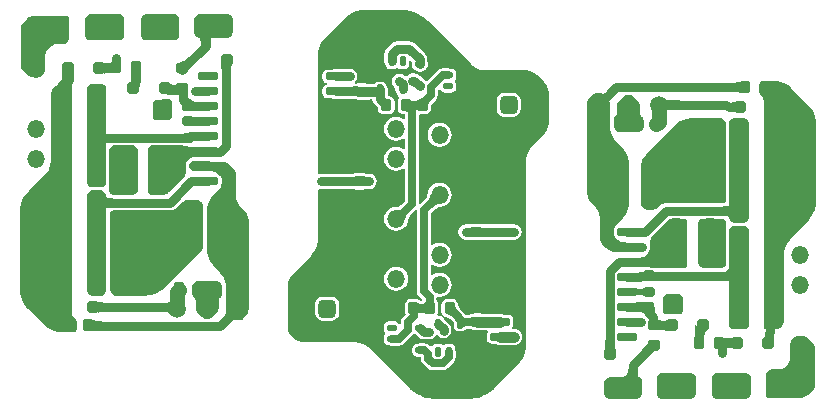
<source format=gtl>
G04*
G04 #@! TF.GenerationSoftware,Altium Limited,Altium Designer,19.1.7 (138)*
G04*
G04 Layer_Physical_Order=1*
G04 Layer_Color=255*
%FSLAX44Y44*%
%MOMM*%
G71*
G01*
G75*
G04:AMPARAMS|DCode=18|XSize=1mm|YSize=0.9mm|CornerRadius=0.225mm|HoleSize=0mm|Usage=FLASHONLY|Rotation=90.000|XOffset=0mm|YOffset=0mm|HoleType=Round|Shape=RoundedRectangle|*
%AMROUNDEDRECTD18*
21,1,1.0000,0.4500,0,0,90.0*
21,1,0.5500,0.9000,0,0,90.0*
1,1,0.4500,0.2250,0.2750*
1,1,0.4500,0.2250,-0.2750*
1,1,0.4500,-0.2250,-0.2750*
1,1,0.4500,-0.2250,0.2750*
%
%ADD18ROUNDEDRECTD18*%
G04:AMPARAMS|DCode=19|XSize=1mm|YSize=0.9mm|CornerRadius=0.225mm|HoleSize=0mm|Usage=FLASHONLY|Rotation=0.000|XOffset=0mm|YOffset=0mm|HoleType=Round|Shape=RoundedRectangle|*
%AMROUNDEDRECTD19*
21,1,1.0000,0.4500,0,0,0.0*
21,1,0.5500,0.9000,0,0,0.0*
1,1,0.4500,0.2750,-0.2250*
1,1,0.4500,-0.2750,-0.2250*
1,1,0.4500,-0.2750,0.2250*
1,1,0.4500,0.2750,0.2250*
%
%ADD19ROUNDEDRECTD19*%
G04:AMPARAMS|DCode=20|XSize=1mm|YSize=1mm|CornerRadius=0.25mm|HoleSize=0mm|Usage=FLASHONLY|Rotation=90.000|XOffset=0mm|YOffset=0mm|HoleType=Round|Shape=RoundedRectangle|*
%AMROUNDEDRECTD20*
21,1,1.0000,0.5000,0,0,90.0*
21,1,0.5000,1.0000,0,0,90.0*
1,1,0.5000,0.2500,0.2500*
1,1,0.5000,0.2500,-0.2500*
1,1,0.5000,-0.2500,-0.2500*
1,1,0.5000,-0.2500,0.2500*
%
%ADD20ROUNDEDRECTD20*%
G04:AMPARAMS|DCode=21|XSize=0.99mm|YSize=0.78mm|CornerRadius=0.195mm|HoleSize=0mm|Usage=FLASHONLY|Rotation=0.000|XOffset=0mm|YOffset=0mm|HoleType=Round|Shape=RoundedRectangle|*
%AMROUNDEDRECTD21*
21,1,0.9900,0.3900,0,0,0.0*
21,1,0.6000,0.7800,0,0,0.0*
1,1,0.3900,0.3000,-0.1950*
1,1,0.3900,-0.3000,-0.1950*
1,1,0.3900,-0.3000,0.1950*
1,1,0.3900,0.3000,0.1950*
%
%ADD21ROUNDEDRECTD21*%
G04:AMPARAMS|DCode=22|XSize=1.7272mm|YSize=0.635mm|CornerRadius=0.1588mm|HoleSize=0mm|Usage=FLASHONLY|Rotation=180.000|XOffset=0mm|YOffset=0mm|HoleType=Round|Shape=RoundedRectangle|*
%AMROUNDEDRECTD22*
21,1,1.7272,0.3175,0,0,180.0*
21,1,1.4097,0.6350,0,0,180.0*
1,1,0.3175,-0.7049,0.1588*
1,1,0.3175,0.7049,0.1588*
1,1,0.3175,0.7049,-0.1588*
1,1,0.3175,-0.7049,-0.1588*
%
%ADD22ROUNDEDRECTD22*%
G04:AMPARAMS|DCode=23|XSize=1.8mm|YSize=1.3mm|CornerRadius=0.325mm|HoleSize=0mm|Usage=FLASHONLY|Rotation=270.000|XOffset=0mm|YOffset=0mm|HoleType=Round|Shape=RoundedRectangle|*
%AMROUNDEDRECTD23*
21,1,1.8000,0.6500,0,0,270.0*
21,1,1.1500,1.3000,0,0,270.0*
1,1,0.6500,-0.3250,-0.5750*
1,1,0.6500,-0.3250,0.5750*
1,1,0.6500,0.3250,0.5750*
1,1,0.6500,0.3250,-0.5750*
%
%ADD23ROUNDEDRECTD23*%
G04:AMPARAMS|DCode=24|XSize=1mm|YSize=1mm|CornerRadius=0.25mm|HoleSize=0mm|Usage=FLASHONLY|Rotation=0.000|XOffset=0mm|YOffset=0mm|HoleType=Round|Shape=RoundedRectangle|*
%AMROUNDEDRECTD24*
21,1,1.0000,0.5000,0,0,0.0*
21,1,0.5000,1.0000,0,0,0.0*
1,1,0.5000,0.2500,-0.2500*
1,1,0.5000,-0.2500,-0.2500*
1,1,0.5000,-0.2500,0.2500*
1,1,0.5000,0.2500,0.2500*
%
%ADD24ROUNDEDRECTD24*%
G04:AMPARAMS|DCode=27|XSize=0.8mm|YSize=0.55mm|CornerRadius=0.1375mm|HoleSize=0mm|Usage=FLASHONLY|Rotation=180.000|XOffset=0mm|YOffset=0mm|HoleType=Round|Shape=RoundedRectangle|*
%AMROUNDEDRECTD27*
21,1,0.8000,0.2750,0,0,180.0*
21,1,0.5250,0.5500,0,0,180.0*
1,1,0.2750,-0.2625,0.1375*
1,1,0.2750,0.2625,0.1375*
1,1,0.2750,0.2625,-0.1375*
1,1,0.2750,-0.2625,-0.1375*
%
%ADD27ROUNDEDRECTD27*%
G04:AMPARAMS|DCode=28|XSize=0.8mm|YSize=0.55mm|CornerRadius=0.1375mm|HoleSize=0mm|Usage=FLASHONLY|Rotation=270.000|XOffset=0mm|YOffset=0mm|HoleType=Round|Shape=RoundedRectangle|*
%AMROUNDEDRECTD28*
21,1,0.8000,0.2750,0,0,270.0*
21,1,0.5250,0.5500,0,0,270.0*
1,1,0.2750,-0.1375,-0.2625*
1,1,0.2750,-0.1375,0.2625*
1,1,0.2750,0.1375,0.2625*
1,1,0.2750,0.1375,-0.2625*
%
%ADD28ROUNDEDRECTD28*%
%ADD36C,0.7620*%
%ADD37C,0.8890*%
%ADD38C,1.2700*%
%ADD39C,0.8128*%
%ADD40C,0.6350*%
%ADD41C,0.5080*%
%ADD42O,1.5240X1.5000*%
%ADD43C,1.5080*%
G04:AMPARAMS|DCode=44|XSize=1.508mm|YSize=1.508mm|CornerRadius=0.377mm|HoleSize=0mm|Usage=FLASHONLY|Rotation=0.000|XOffset=0mm|YOffset=0mm|HoleType=Round|Shape=RoundedRectangle|*
%AMROUNDEDRECTD44*
21,1,1.5080,0.7540,0,0,0.0*
21,1,0.7540,1.5080,0,0,0.0*
1,1,0.7540,0.3770,-0.3770*
1,1,0.7540,-0.3770,-0.3770*
1,1,0.7540,-0.3770,0.3770*
1,1,0.7540,0.3770,0.3770*
%
%ADD44ROUNDEDRECTD44*%
%ADD45C,0.6000*%
G36*
X333143Y387253D02*
X336660Y386553D01*
X340092Y385512D01*
X343406Y384140D01*
X346569Y382449D01*
X349551Y380456D01*
X352323Y378181D01*
X353591Y376913D01*
X353591Y376913D01*
X353591Y376913D01*
X388825Y341679D01*
X390161Y340468D01*
X393157Y338466D01*
X396485Y337087D01*
X400019Y336385D01*
X401820Y336296D01*
X434012D01*
X435648Y336296D01*
X438859Y335661D01*
X441886Y334415D01*
X444613Y332606D01*
X445775Y331453D01*
X445775Y331453D01*
X445776Y331453D01*
X450392Y326877D01*
X451407Y325872D01*
X453001Y323502D01*
X454100Y320866D01*
X454660Y318065D01*
X454659Y316637D01*
X454659Y316637D01*
X454659Y316637D01*
X454660Y293217D01*
X454660Y291739D01*
X454099Y288838D01*
X452997Y286095D01*
X451394Y283612D01*
X450371Y282545D01*
X450371Y282545D01*
X450371Y282545D01*
X440817Y272575D01*
X439585Y271160D01*
X437553Y268012D01*
X436157Y264536D01*
X435445Y260857D01*
X435356Y258984D01*
X435356D01*
X435356Y258984D01*
X435356Y104535D01*
X435356Y102146D01*
X434424Y97460D01*
X432595Y93045D01*
X429940Y89072D01*
X428251Y87383D01*
X428251Y87383D01*
X428251Y87383D01*
X407811Y66943D01*
X406801Y65932D01*
X404590Y64118D01*
X402213Y62530D01*
X399691Y61182D01*
X397050Y60088D01*
X394313Y59258D01*
X391509Y58700D01*
X388664Y58420D01*
X387234Y58420D01*
X387234Y58420D01*
X387234Y58420D01*
X357810Y58420D01*
X356373D01*
X353513Y58702D01*
X350694Y59262D01*
X347944Y60097D01*
X345289Y61196D01*
X342754Y62551D01*
X340364Y64148D01*
X338143Y65971D01*
X337127Y66987D01*
Y66987D01*
X304508Y99606D01*
X302752Y101198D01*
X298815Y103828D01*
X294441Y105640D01*
X289797Y106563D01*
X287431Y106679D01*
X287430Y106680D01*
X287430Y106680D01*
X245531Y106680D01*
X244525Y106680D01*
X242551Y107072D01*
X240693Y107842D01*
X239020Y108960D01*
X238308Y109671D01*
X238308Y109672D01*
X235212Y112768D01*
X234212Y114265D01*
X233523Y115927D01*
X233172Y117693D01*
X233172Y118592D01*
Y150629D01*
X233172Y152741D01*
X233996Y156884D01*
X235613Y160787D01*
X237959Y164299D01*
X239453Y165793D01*
X239453Y165793D01*
X252904Y179244D01*
X254294Y180777D01*
X256590Y184214D01*
X258172Y188033D01*
X258978Y192087D01*
X259080Y194154D01*
X259080Y194154D01*
Y235295D01*
X260062Y236101D01*
X261366Y235842D01*
X289286D01*
X289513Y235690D01*
X291382Y235318D01*
X296882D01*
X298751Y235690D01*
X298978Y235842D01*
X302260D01*
X304738Y236334D01*
X306838Y237738D01*
X308242Y239838D01*
X308734Y242316D01*
X308242Y244794D01*
X306838Y246894D01*
X304738Y248298D01*
X302260Y248790D01*
X299385D01*
X298751Y249214D01*
X296882Y249586D01*
X291382D01*
X289513Y249214D01*
X288879Y248790D01*
X261366D01*
X260062Y248531D01*
X259080Y249337D01*
Y348706D01*
Y350889D01*
X259932Y355171D01*
X261602Y359204D01*
X264028Y362834D01*
X265571Y364377D01*
X265571Y364377D01*
X282337Y381143D01*
X283874Y382680D01*
X287486Y385094D01*
X291501Y386756D01*
X295762Y387604D01*
X297934Y387604D01*
X297935Y387604D01*
X327780Y387604D01*
X329574Y387604D01*
X333143Y387253D01*
D02*
G37*
G36*
X47523Y382430D02*
X48166Y381787D01*
X48514Y380947D01*
X48514Y380492D01*
X48514Y380492D01*
X48514Y364236D01*
X48514Y363125D01*
X47663Y361071D01*
X46091Y359499D01*
X44038Y358648D01*
X42926Y358648D01*
X42926Y358648D01*
X37400Y358648D01*
X36784Y358618D01*
X35577Y358378D01*
X34439Y357906D01*
X33415Y357222D01*
X32958Y356808D01*
X32958Y356808D01*
X30362Y354212D01*
X29874Y353674D01*
X29068Y352467D01*
X28513Y351127D01*
X28230Y349704D01*
X28194Y348978D01*
X28194Y348978D01*
X28194Y337820D01*
X28194Y337095D01*
X27911Y335672D01*
X27356Y334331D01*
X26550Y333125D01*
X25524Y332099D01*
X24318Y331293D01*
X22977Y330738D01*
X21554Y330455D01*
X20829Y330455D01*
X20828Y330454D01*
X17693Y330454D01*
X17049Y330454D01*
X15787Y330705D01*
X14598Y331198D01*
X13527Y331913D01*
X13072Y332368D01*
X13072Y332368D01*
X9026Y336414D01*
X8631Y336809D01*
X8011Y337737D01*
X7584Y338769D01*
X7366Y339864D01*
X7366Y340422D01*
X7366Y340422D01*
Y371479D01*
X7366Y372293D01*
X7684Y373891D01*
X8307Y375396D01*
X9212Y376750D01*
X9788Y377326D01*
X9788Y377326D01*
X12325Y379863D01*
X13018Y380556D01*
X14648Y381645D01*
X16460Y382396D01*
X18383Y382778D01*
X19363Y382778D01*
X19363Y382778D01*
X46228Y382778D01*
X46683Y382778D01*
X47523Y382430D01*
D02*
G37*
G36*
X159512Y384048D02*
X159512Y384048D01*
X182118Y384048D01*
X183128Y384048D01*
X184995Y383275D01*
X186425Y381846D01*
X187198Y379978D01*
X187198Y378968D01*
X187198Y378968D01*
X187198Y369570D01*
X187198Y368459D01*
X186347Y366405D01*
X184775Y364833D01*
X182722Y363982D01*
X181610Y363982D01*
X181610D01*
X181610D01*
D01*
X168916Y363982D01*
X168766Y363658D01*
X168474Y362865D01*
X168226Y362014D01*
X168023Y361103D01*
X167866Y360134D01*
X167685Y358020D01*
X167663Y356875D01*
X160043D01*
X160020Y358020D01*
X159840Y360134D01*
X159683Y361103D01*
X159480Y362014D01*
X159232Y362865D01*
X158939Y363658D01*
X158774Y364017D01*
X156711Y364871D01*
X155067Y366515D01*
X154178Y368662D01*
Y369824D01*
X154178Y369824D01*
X154178Y378714D01*
X154178Y379775D01*
X154990Y381736D01*
X156490Y383236D01*
X158451Y384048D01*
X159512Y384048D01*
D02*
G37*
G36*
X114046Y384048D02*
X114046Y384048D01*
X137160Y384048D01*
X138019Y384048D01*
X139606Y383391D01*
X140821Y382176D01*
X141478Y380589D01*
X141478Y379730D01*
X141478Y379730D01*
X141478Y365760D01*
X141478Y364952D01*
X140859Y363458D01*
X139716Y362315D01*
X138223Y361696D01*
X137414Y361696D01*
X113792Y361696D01*
X112832D01*
X111058Y362431D01*
X109701Y363788D01*
X108966Y365562D01*
X108966Y366522D01*
X108966Y366522D01*
X108966Y378968D01*
X108966Y379979D01*
X109740Y381846D01*
X111168Y383275D01*
X113036Y384048D01*
X114046Y384048D01*
D02*
G37*
G36*
X67183D02*
X67183Y384048D01*
X90297Y384048D01*
X91156Y384048D01*
X92743Y383391D01*
X93958Y382176D01*
X94615Y380589D01*
X94615Y379730D01*
X94615Y379730D01*
X94615Y365760D01*
X94615Y364952D01*
X93996Y363458D01*
X92853Y362315D01*
X91360Y361696D01*
X90551Y361696D01*
X66929Y361696D01*
X65969D01*
X64195Y362431D01*
X62838Y363788D01*
X62103Y365562D01*
X62103Y366522D01*
X62103Y366522D01*
X62103Y378968D01*
X62103Y379979D01*
X62876Y381846D01*
X64306Y383275D01*
X66173Y384048D01*
X67183Y384048D01*
D02*
G37*
G36*
X85158Y342153D02*
X86171Y342138D01*
Y334518D01*
X85158Y334511D01*
Y333995D01*
X84933Y334095D01*
X84573Y334184D01*
X84076Y334262D01*
X82818Y334374D01*
X79550Y334152D01*
X78846Y334020D01*
X78256Y333868D01*
X77781Y333695D01*
X77420Y333502D01*
Y334513D01*
X76782Y334518D01*
X76251Y342138D01*
X77420Y342152D01*
Y343154D01*
X77781Y342961D01*
X78256Y342788D01*
X78846Y342636D01*
X79550Y342504D01*
X80680Y342373D01*
X80846Y342384D01*
X81780Y342523D01*
X83389Y342892D01*
X84065Y343123D01*
X84654Y343384D01*
X85158Y343677D01*
Y342153D01*
D02*
G37*
G36*
X154165Y341799D02*
X153155Y340779D01*
X149214Y336336D01*
X148910Y335875D01*
X148707Y335495D01*
X148605Y335194D01*
X140148Y342651D01*
X141164Y342889D01*
X142169Y343198D01*
X143162Y343578D01*
X144145Y344028D01*
X145116Y344549D01*
X146075Y345140D01*
X147024Y345802D01*
X147961Y346535D01*
X149801Y348211D01*
X154165Y341799D01*
D02*
G37*
G36*
X186166Y340953D02*
X185924Y340385D01*
X185711Y339723D01*
X185526Y338965D01*
X185369Y338113D01*
X185142Y336125D01*
X185028Y333758D01*
X185014Y332432D01*
X177394Y332947D01*
X177388Y334394D01*
X177003Y340795D01*
X176900Y341177D01*
X176784Y341426D01*
X186436D01*
X186166Y340953D01*
D02*
G37*
G36*
X109417Y334863D02*
X109241Y334415D01*
X109085Y333874D01*
X108950Y333242D01*
X108836Y332519D01*
X108670Y330796D01*
X108586Y328706D01*
X108576Y327524D01*
X100956Y327566D01*
X100933Y335220D01*
X109615D01*
X109417Y334863D01*
D02*
G37*
G36*
X617288Y317231D02*
X616923Y317427D01*
X616446Y317602D01*
X615856Y317757D01*
X615153Y317891D01*
X613410Y318097D01*
X611217Y318221D01*
X608573Y318262D01*
Y325882D01*
X609951Y325892D01*
X615153Y326253D01*
X615856Y326387D01*
X616446Y326542D01*
X616923Y326717D01*
X617288Y326913D01*
Y317231D01*
D02*
G37*
G36*
X507064Y312446D02*
X506499Y311860D01*
X505549Y310744D01*
X505484Y310655D01*
X505816Y309854D01*
X506221Y307811D01*
X506220Y306770D01*
X506222Y306770D01*
X506222Y289447D01*
X506318Y287490D01*
X507081Y283652D01*
X508579Y280036D01*
X510754Y276782D01*
X512070Y275330D01*
X512070Y275330D01*
X515553Y271847D01*
X517079Y270321D01*
X519477Y266733D01*
X521128Y262746D01*
X521969Y258513D01*
X521968Y256355D01*
X521969Y256356D01*
X521970Y224572D01*
X521970Y222570D01*
X521189Y218643D01*
X519657Y214945D01*
X517432Y211616D01*
X516017Y210201D01*
X516018Y210202D01*
X511810Y205994D01*
X511296Y205427D01*
X510445Y204154D01*
X509860Y202741D01*
X509562Y201240D01*
X509524Y200475D01*
X509524Y200475D01*
X509524Y198182D01*
X509545Y197746D01*
X509715Y196892D01*
X510048Y196088D01*
X510532Y195364D01*
X510825Y195041D01*
X510825Y195041D01*
X512764Y193102D01*
X513284Y192631D01*
X514449Y191852D01*
X515744Y191316D01*
X517118Y191042D01*
X517819Y191008D01*
X517819D01*
X521970Y190500D01*
Y182880D01*
X510874Y182880D01*
X509647Y182880D01*
X507240Y183358D01*
X504973Y184297D01*
X502933Y185661D01*
X502066Y186528D01*
Y186528D01*
X499934Y188660D01*
X499315Y189279D01*
X498343Y190734D01*
X497673Y192350D01*
X497332Y194067D01*
X497332Y194942D01*
Y194942D01*
Y213132D01*
X497285Y214088D01*
X496912Y215962D01*
X496181Y217728D01*
X495119Y219317D01*
X494476Y220026D01*
X494476Y220026D01*
X490703Y223799D01*
X489742Y224760D01*
X488233Y227018D01*
X487194Y229527D01*
X486664Y232191D01*
X486664Y233549D01*
Y233549D01*
X486664Y307068D01*
X486664Y307978D01*
X487019Y309764D01*
X487715Y311446D01*
X488727Y312959D01*
X489371Y313603D01*
X489371Y313603D01*
X491354Y315586D01*
X491749Y315981D01*
X492677Y316601D01*
X493708Y317027D01*
X494803Y317245D01*
X495361Y317244D01*
Y317244D01*
X497778Y317246D01*
X498337Y317246D01*
X499431Y317028D01*
X500369Y316639D01*
X500523Y316764D01*
X501676Y317834D01*
X507064Y312446D01*
D02*
G37*
G36*
X523030Y315722D02*
X523442Y315722D01*
X524251Y315561D01*
X525013Y315245D01*
X525699Y314787D01*
X525990Y314496D01*
X525990Y314496D01*
X529813Y310673D01*
X530183Y310303D01*
X530764Y309434D01*
X531164Y308468D01*
X531368Y307442D01*
X531368Y306919D01*
X531368D01*
Y301052D01*
X531389Y300616D01*
X531559Y299762D01*
X531892Y298958D01*
X532376Y298234D01*
X532669Y297911D01*
X532669Y297911D01*
X533443Y297136D01*
X533735Y296845D01*
X534193Y296159D01*
X534509Y295397D01*
X534670Y294588D01*
X534670Y294175D01*
X534670Y294176D01*
X534670Y289560D01*
X534670Y288499D01*
X533858Y286538D01*
X532357Y285038D01*
X530397Y284226D01*
X529336Y284226D01*
X529336Y284226D01*
X514350Y284226D01*
X513340Y284226D01*
X511472Y284999D01*
X510043Y286428D01*
X509270Y288295D01*
X509270Y289305D01*
Y289306D01*
X509270Y294789D01*
Y295116D01*
X509398Y295757D01*
X509648Y296361D01*
X510011Y296905D01*
X510242Y297136D01*
X510242Y297136D01*
X511271Y298165D01*
X511507Y298425D01*
X511896Y299008D01*
X512164Y299655D01*
X512301Y300342D01*
X512318Y300692D01*
X512318Y300692D01*
Y306516D01*
X512318Y307075D01*
X512536Y308169D01*
X512963Y309201D01*
X513583Y310129D01*
X513978Y310524D01*
X513978Y310524D01*
X517875Y314421D01*
X518185Y314730D01*
X518912Y315217D01*
X519720Y315551D01*
X520578Y315722D01*
X521016Y315722D01*
X521016Y315722D01*
X523030Y315722D01*
D02*
G37*
G36*
X553070Y312339D02*
X553441Y312090D01*
X553867Y311869D01*
X554349Y311679D01*
X554886Y311517D01*
X555478Y311385D01*
X555927Y311314D01*
X565150Y311150D01*
Y303530D01*
X554272Y302971D01*
X553867Y302811D01*
X553441Y302591D01*
X553070Y302341D01*
X552755Y302062D01*
Y302893D01*
X551857Y302847D01*
Y311833D01*
X552113Y311703D01*
X552608Y311587D01*
X552755Y311567D01*
Y312618D01*
X553070Y312339D01*
D02*
G37*
G36*
X133730Y325636D02*
X134209Y325223D01*
X134789Y324858D01*
X135472Y324542D01*
X136256Y324274D01*
X137112Y324063D01*
X137716Y324204D01*
X138309Y324398D01*
X138790Y324622D01*
X139158Y324876D01*
X139414Y325160D01*
X139540Y323751D01*
X141712Y323666D01*
Y317610D01*
X148605Y318194D01*
X148635Y318169D01*
X148662Y317997D01*
X148686Y317680D01*
X148758Y313906D01*
X148764Y311375D01*
X141144Y311348D01*
X141128Y312527D01*
X140885Y315303D01*
X140738Y315974D01*
X140713Y316051D01*
X139714Y316056D01*
X137580Y316195D01*
X136637Y316129D01*
X131798Y316046D01*
Y323666D01*
X133065Y323681D01*
X133138Y323686D01*
X133354Y326098D01*
X133730Y325636D01*
D02*
G37*
G36*
X134276Y310765D02*
X134988Y310053D01*
X135373Y309122D01*
X135373Y308619D01*
X135373D01*
X135373Y297680D01*
Y296974D01*
X134833Y295670D01*
X133836Y294672D01*
X132532Y294132D01*
X131826Y294132D01*
X122428Y294132D01*
X121721Y294132D01*
X120414Y294673D01*
X119413Y295674D01*
X118872Y296981D01*
X118872Y297688D01*
X118872Y297688D01*
X118872Y308356D01*
X118872Y308912D01*
X119297Y309939D01*
X120083Y310725D01*
X121110Y311150D01*
X121666Y311150D01*
Y311150D01*
X132842Y311150D01*
X133345Y311150D01*
X134276Y310765D01*
D02*
G37*
G36*
X151843Y311092D02*
X152261Y310784D01*
X152796Y310513D01*
X153448Y310278D01*
X154218Y310079D01*
X155105Y309916D01*
X156109Y309789D01*
X158469Y309644D01*
X159825Y309626D01*
Y302006D01*
X150808Y302245D01*
X151542Y311436D01*
X151843Y311092D01*
D02*
G37*
G36*
X611882Y301028D02*
X611772Y301117D01*
X611568Y301197D01*
X611270Y301268D01*
X610878Y301329D01*
X609812Y301423D01*
X607508Y301493D01*
X606552Y301498D01*
Y309118D01*
X607508Y309123D01*
X611270Y309349D01*
X611568Y309419D01*
X611772Y309499D01*
X611882Y309588D01*
Y301028D01*
D02*
G37*
G36*
X145557Y272724D02*
X146499Y272580D01*
X147427Y272366D01*
X147881Y272224D01*
X147881D01*
X148525Y272022D01*
X148922Y271907D01*
X149726Y271721D01*
X150542Y271596D01*
X151365Y271534D01*
X151778Y271526D01*
X151778Y271526D01*
X164846D01*
Y264160D01*
X156018D01*
X155282Y264124D01*
X153839Y263837D01*
X152479Y263274D01*
X151255Y262456D01*
X150709Y261961D01*
X150709Y261961D01*
X148831Y260083D01*
X148377Y259582D01*
X147626Y258458D01*
X147109Y257210D01*
X146846Y255884D01*
X146812Y255209D01*
X146812Y255208D01*
X146812Y250252D01*
X146812Y249573D01*
X146547Y248241D01*
X146027Y246986D01*
X145273Y245857D01*
X144793Y245377D01*
X144793Y245377D01*
X133083Y233667D01*
X132482Y233066D01*
X131069Y232122D01*
X129499Y231472D01*
X127832Y231140D01*
X126982Y231140D01*
X126982Y231140D01*
X118364Y231140D01*
X117758D01*
X116637Y231604D01*
X115780Y232461D01*
X115316Y233582D01*
X115316Y234188D01*
X115316Y234188D01*
X115316Y269748D01*
X115316Y270354D01*
X115780Y271475D01*
X116637Y272332D01*
X117758Y272796D01*
X118364Y272796D01*
X118364Y272796D01*
X144132D01*
X144608Y272796D01*
X145557Y272724D01*
D02*
G37*
G36*
X179830Y258601D02*
X182097Y257663D01*
X184137Y256299D01*
X185004Y255431D01*
X185005Y255432D01*
X187136Y253300D01*
X187755Y252681D01*
X188727Y251226D01*
X189397Y249610D01*
X189738Y247893D01*
X189738Y247018D01*
X189738Y247018D01*
X189738Y228828D01*
X189785Y227872D01*
X190158Y225998D01*
X190889Y224232D01*
X191951Y222643D01*
X192594Y221934D01*
X192594Y221934D01*
X196367Y218160D01*
X197328Y217200D01*
X198837Y214942D01*
X199876Y212433D01*
X200406Y209769D01*
X200406Y208411D01*
X200406Y208411D01*
X200406Y134892D01*
X200406Y133982D01*
X200051Y132196D01*
X199354Y130514D01*
X198343Y129001D01*
X197699Y128357D01*
X197699Y128357D01*
X195716Y126374D01*
X195321Y125979D01*
X194393Y125359D01*
X193362Y124932D01*
X192267Y124715D01*
X191709Y124716D01*
X191709D01*
X191709D01*
D01*
X189291Y124714D01*
X188733Y124714D01*
X187638Y124932D01*
X186701Y125321D01*
X186547Y125196D01*
X185394Y124126D01*
X180006Y129514D01*
X180571Y130100D01*
X181521Y131216D01*
X181586Y131305D01*
X181254Y132106D01*
X180849Y134149D01*
X180849Y135190D01*
X180848Y135190D01*
Y152513D01*
X180752Y154470D01*
X179989Y158308D01*
X178491Y161924D01*
X176316Y165178D01*
X175000Y166630D01*
Y166630D01*
X171517Y170113D01*
X169991Y171639D01*
X167593Y175227D01*
X165942Y179214D01*
X165101Y183447D01*
X165102Y185604D01*
X165100Y185604D01*
X165100Y217388D01*
X165100Y219390D01*
X165881Y223316D01*
X167413Y227015D01*
X169638Y230343D01*
X171053Y231758D01*
X171052Y231758D01*
X175260Y235966D01*
X175774Y236534D01*
X176625Y237806D01*
X177210Y239219D01*
X177508Y240720D01*
X177546Y241485D01*
X177546Y241485D01*
X177546Y243778D01*
X177525Y244214D01*
X177355Y245068D01*
X177022Y245872D01*
X176538Y246596D01*
X176245Y246919D01*
X176245Y246919D01*
X174305Y248858D01*
X173786Y249329D01*
X172621Y250108D01*
X171326Y250644D01*
X169952Y250917D01*
X169251Y250952D01*
X169251Y250952D01*
X165100Y250952D01*
X165100Y259080D01*
X176196D01*
X177423Y259080D01*
X179830Y258601D01*
D02*
G37*
G36*
X67512Y324813D02*
X67511Y324813D01*
X75745Y324813D01*
X76542D01*
X78017Y324203D01*
X79145Y323074D01*
X79756Y321600D01*
Y320802D01*
X79756D01*
X79756Y241300D01*
Y240593D01*
X79215Y239286D01*
X78214Y238286D01*
X76908Y237744D01*
X76200D01*
X76200Y237744D01*
X67056Y237744D01*
X66349Y237744D01*
X65042Y238285D01*
X64041Y239286D01*
X63500Y240593D01*
X63500Y241300D01*
X63500Y241300D01*
X63500Y320802D01*
X63500Y321600D01*
X64111Y323074D01*
X65239Y324203D01*
X66714Y324813D01*
X67512Y324813D01*
D02*
G37*
G36*
X77333Y234099D02*
X78905Y232527D01*
X79756Y230474D01*
X79756Y229362D01*
X79756Y229362D01*
Y229093D01*
X80430Y228843D01*
X81516Y228578D01*
X82767Y228389D01*
X84184Y228275D01*
X85766Y228237D01*
Y220617D01*
X84207Y220579D01*
X82812Y220465D01*
X81583Y220276D01*
X80520Y220010D01*
X79756Y219720D01*
X79756Y150876D01*
Y149815D01*
X78944Y147855D01*
X77443Y146354D01*
X75483Y145542D01*
X74422D01*
Y145542D01*
X68834Y145542D01*
X67773Y145542D01*
X65813Y146354D01*
X64312Y147855D01*
X63500Y149815D01*
X63500Y150876D01*
X63500Y150876D01*
X63500Y229616D01*
X63500Y230677D01*
X64312Y232638D01*
X65813Y234138D01*
X67773Y234950D01*
X68834Y234950D01*
X68834Y234950D01*
X74168Y234950D01*
X75279D01*
X77333Y234099D01*
D02*
G37*
G36*
X87122Y272796D02*
Y272796D01*
X101346D01*
X102306Y272796D01*
X104080Y272061D01*
X105437Y270704D01*
X106172Y268930D01*
X106172Y267970D01*
X106172D01*
X106172Y235458D01*
Y234599D01*
X105515Y233012D01*
X104300Y231798D01*
X102713Y231140D01*
X101854Y231140D01*
X101854Y231140D01*
X86106Y231140D01*
X85348Y231140D01*
X83948Y231720D01*
X82876Y232792D01*
X82296Y234192D01*
X82296Y234950D01*
X82296Y234950D01*
X82296Y267970D01*
X82296Y268930D01*
X83031Y270704D01*
X84388Y272062D01*
X86162Y272796D01*
X87122Y272796D01*
D02*
G37*
G36*
X159342Y225795D02*
X160771Y224366D01*
X161544Y222498D01*
X161544Y221488D01*
X161544Y221488D01*
X161544Y188337D01*
X161544Y187523D01*
X161226Y185925D01*
X160603Y184420D01*
X159698Y183066D01*
X159122Y182490D01*
X159122Y182490D01*
X130049Y153417D01*
X129114Y152482D01*
X127069Y150806D01*
X124867Y149341D01*
X122532Y148100D01*
X120086Y147096D01*
X117552Y146339D01*
X114956Y145836D01*
X112323Y145592D01*
X111001Y145601D01*
X111001D01*
X88414Y145752D01*
X87245Y145760D01*
X85089Y146665D01*
X83441Y148324D01*
X82550Y150485D01*
X82550Y151654D01*
X82550Y213614D01*
X82550Y214473D01*
X83207Y216059D01*
X84422Y217274D01*
X86008Y217931D01*
X86867Y217931D01*
X86868Y217932D01*
X134199Y217932D01*
X134900Y217966D01*
X136274Y218239D01*
X137569Y218776D01*
X138734Y219554D01*
X139253Y220026D01*
X139254D01*
X143956Y224728D01*
X144394Y225166D01*
X145422Y225853D01*
X146565Y226326D01*
X147779Y226568D01*
X148397Y226568D01*
X148397Y226568D01*
X156464Y226568D01*
X157474Y226568D01*
X159342Y225795D01*
D02*
G37*
G36*
X578213Y296092D02*
X578213Y296092D01*
X598910Y295954D01*
X600079Y295946D01*
X602235Y295041D01*
X603882Y293382D01*
X604774Y291220D01*
Y290051D01*
X604774Y290051D01*
X604774Y228092D01*
X604774Y227233D01*
X604117Y225646D01*
X602902Y224431D01*
X601315Y223774D01*
X600456Y223774D01*
X600456Y223774D01*
X553125Y223774D01*
X552424Y223740D01*
X551049Y223467D01*
X549755Y222930D01*
X548590Y222151D01*
X548070Y221680D01*
X548070Y221680D01*
X546924Y220534D01*
X546426Y220036D01*
X545255Y219253D01*
X543954Y218714D01*
X542573Y218440D01*
X541869Y218440D01*
X537780Y218440D01*
X537342Y218440D01*
X536484Y218610D01*
X535676Y218945D01*
X534948Y219431D01*
X534639Y219741D01*
X534639Y219741D01*
X533939Y220441D01*
X533629Y220751D01*
X533143Y221478D01*
X532809Y222286D01*
X532638Y223144D01*
Y223582D01*
Y223582D01*
X532638Y254577D01*
Y256191D01*
X533268Y259358D01*
X534503Y262341D01*
X536297Y265025D01*
X537438Y266166D01*
X537439Y266166D01*
X559815Y288543D01*
X561626Y290354D01*
X565888Y293191D01*
X570625Y295135D01*
X575653Y296109D01*
X578213Y296092D01*
D02*
G37*
G36*
X603122Y210240D02*
X604194Y209168D01*
X604774Y207768D01*
X604774Y207010D01*
X604774Y207010D01*
X604774Y173990D01*
X604774Y173030D01*
X604039Y171256D01*
X602682Y169898D01*
X600908Y169164D01*
X599948Y169164D01*
X585724Y169164D01*
X584764Y169164D01*
X582990Y169899D01*
X581633Y171256D01*
X580898Y173030D01*
X580898Y173990D01*
Y173990D01*
X580898Y206502D01*
Y207361D01*
X581555Y208948D01*
X582770Y210163D01*
X584357Y210820D01*
X585216Y210820D01*
X600964D01*
X601722Y210820D01*
X603122Y210240D01*
D02*
G37*
G36*
X568706Y210820D02*
X569312D01*
X570433Y210356D01*
X571290Y209498D01*
X571754Y208378D01*
X571754Y207772D01*
X571754Y207772D01*
X571754Y172212D01*
X571754Y171606D01*
X571290Y170485D01*
X570433Y169628D01*
X569312Y169164D01*
X568706Y169164D01*
X542938Y169164D01*
X542462Y169164D01*
X541513Y169236D01*
X540571Y169380D01*
X539643Y169594D01*
X539189Y169736D01*
X539189Y169736D01*
X538545Y169937D01*
X538148Y170053D01*
X537344Y170239D01*
X536528Y170364D01*
X535704Y170426D01*
X535292Y170434D01*
X535292Y170434D01*
X522224D01*
Y177800D01*
X531052Y177800D01*
X531788Y177836D01*
X533232Y178123D01*
X534591Y178686D01*
X535815Y179504D01*
X536361Y179999D01*
X536361Y179999D01*
X538239Y181877D01*
X538693Y182378D01*
X539444Y183502D01*
X539961Y184750D01*
X540224Y186076D01*
X540258Y186751D01*
X540258Y186752D01*
Y191708D01*
X540258Y192387D01*
X540523Y193719D01*
X541043Y194974D01*
X541797Y196103D01*
X542277Y196583D01*
X542277Y196583D01*
X553987Y208293D01*
X554588Y208894D01*
X556001Y209838D01*
X557571Y210488D01*
X559238Y210820D01*
X560088Y210820D01*
X560088Y210820D01*
X568706Y210820D01*
D02*
G37*
G36*
X618236Y296418D02*
X619297Y296418D01*
X621257Y295606D01*
X622758Y294105D01*
X623570Y292145D01*
X623570Y291084D01*
X623570Y291084D01*
X623570Y212344D01*
X623570Y211283D01*
X622758Y209322D01*
X621257Y207822D01*
X619297Y207010D01*
X618236Y207010D01*
X618236Y207010D01*
X612902Y207010D01*
X611790D01*
X609737Y207861D01*
X608165Y209433D01*
X607314Y211486D01*
X607314Y212551D01*
X606507Y212862D01*
X605455Y213128D01*
X604237Y213318D01*
X602853Y213432D01*
X601303Y213470D01*
Y221090D01*
X602905Y221128D01*
X604340Y221242D01*
X605609Y221431D01*
X606712Y221697D01*
X607314Y221916D01*
X607314Y291084D01*
Y292145D01*
X608126Y294105D01*
X609627Y295606D01*
X611587Y296418D01*
X612648D01*
X612648Y296418D01*
X618236Y296418D01*
D02*
G37*
G36*
X535747Y144944D02*
X535319Y145202D01*
X534848Y145434D01*
X534334Y145638D01*
X533778Y145814D01*
X533180Y145964D01*
X532538Y146086D01*
X531610Y146194D01*
X529356Y146052D01*
X528994Y145975D01*
X528715Y145887D01*
X528519Y145790D01*
Y151898D01*
X528715Y151800D01*
X528994Y151713D01*
X529356Y151636D01*
X529802Y151569D01*
X530943Y151466D01*
X531318Y151454D01*
X532763Y151556D01*
X533406Y151653D01*
X534518Y151911D01*
X534986Y152073D01*
X535396Y152256D01*
X535747Y152460D01*
Y144944D01*
D02*
G37*
G36*
X566148Y146525D02*
X567149Y145524D01*
X567690Y144217D01*
X567690Y143510D01*
X567690Y143510D01*
X567690Y132842D01*
X567690Y132286D01*
X567265Y131259D01*
X566479Y130473D01*
X565452Y130048D01*
X564896Y130048D01*
X553720D01*
X553217Y130048D01*
X552286Y130433D01*
X551574Y131145D01*
X551189Y132076D01*
X551189Y132579D01*
Y132579D01*
X551189Y143518D01*
Y144224D01*
X551729Y145528D01*
X552726Y146526D01*
X554030Y147066D01*
X554736Y147066D01*
X554736Y147066D01*
X564134Y147066D01*
X564841Y147066D01*
X566148Y146525D01*
D02*
G37*
G36*
X72701Y140523D02*
X73176Y140350D01*
X73766Y140198D01*
X74470Y140066D01*
X76220Y139863D01*
X78427Y139741D01*
X81091Y139700D01*
Y132080D01*
X79702Y132070D01*
X74470Y131714D01*
X73766Y131582D01*
X73176Y131430D01*
X72701Y131257D01*
X72340Y131064D01*
Y140716D01*
X72701Y140523D01*
D02*
G37*
G36*
X133503Y130324D02*
X133230Y130658D01*
X132897Y130956D01*
X132504Y131220D01*
X132051Y131448D01*
X131538Y131641D01*
X130965Y131799D01*
X130333Y131922D01*
X129641Y132010D01*
X128889Y132062D01*
X128077Y132080D01*
X129604Y139700D01*
X130427Y139710D01*
X132554Y139865D01*
X133150Y139957D01*
X133690Y140071D01*
X134172Y140204D01*
X134599Y140359D01*
X134968Y140534D01*
X135281Y140730D01*
X133503Y130324D01*
D02*
G37*
G36*
X535930Y130287D02*
X543415Y131812D01*
X543508Y131812D01*
X543623Y131780D01*
X543761Y131715D01*
X543922Y131617D01*
X544106Y131487D01*
X544542Y131129D01*
X545070Y130640D01*
X545368Y130346D01*
X539980Y124958D01*
X538923Y126028D01*
X535812Y129587D01*
X535624Y129941D01*
X535581Y130176D01*
X535683Y130291D01*
X535930Y130287D01*
X535289Y130676D01*
X534589Y131024D01*
X533833Y131331D01*
X533018Y131597D01*
X532146Y131822D01*
X531217Y132007D01*
X529184Y132252D01*
X528082Y132313D01*
X526922Y132334D01*
X528288Y139954D01*
X535930Y139969D01*
Y130287D01*
D02*
G37*
G36*
X157734Y157734D02*
X157734Y157734D01*
X172720Y157734D01*
X173731Y157734D01*
X175598Y156961D01*
X177027Y155532D01*
X177800Y153665D01*
X177800Y152654D01*
X177800Y152654D01*
X177800Y147171D01*
Y146844D01*
X177672Y146203D01*
X177422Y145599D01*
X177059Y145055D01*
X176828Y144824D01*
X176828Y144824D01*
X175799Y143795D01*
X175563Y143535D01*
X175174Y142952D01*
X174906Y142305D01*
X174769Y141618D01*
X174752Y141268D01*
X174752Y141268D01*
X174752Y135444D01*
X174752Y134885D01*
X174534Y133791D01*
X174107Y132759D01*
X173487Y131831D01*
X173092Y131436D01*
X173092Y131436D01*
X169195Y127539D01*
X168885Y127229D01*
X168158Y126743D01*
X167350Y126409D01*
X166492Y126238D01*
X166054Y126238D01*
X166054Y126238D01*
X164040Y126238D01*
X163628Y126238D01*
X162819Y126399D01*
X162057Y126715D01*
X161371Y127173D01*
X161080Y127465D01*
X161080Y127464D01*
X157257Y131287D01*
X156887Y131657D01*
X156306Y132526D01*
X155906Y133492D01*
X155702Y134518D01*
X155702Y135041D01*
X155702Y135041D01*
X155702Y140908D01*
X155681Y141344D01*
X155511Y142198D01*
X155178Y143002D01*
X154694Y143726D01*
X154401Y144049D01*
X154401Y144049D01*
X153626Y144824D01*
X153335Y145115D01*
X152877Y145801D01*
X152561Y146563D01*
X152400Y147372D01*
X152400Y147785D01*
X152400Y147784D01*
X152400Y152400D01*
X152400Y153461D01*
X153212Y155422D01*
X154713Y156922D01*
X156673Y157734D01*
X157734Y157734D01*
D02*
G37*
G36*
X51736Y334048D02*
X51667Y333942D01*
X51606Y333722D01*
X51551Y333389D01*
X51504Y332941D01*
X51406Y330914D01*
X51373Y327860D01*
X45961D01*
X49210Y324612D01*
X49376Y324612D01*
X50029Y324342D01*
X50529Y323841D01*
X50800Y323188D01*
X50800Y322834D01*
X50800Y131020D01*
X50800D01*
X50826Y130490D01*
X51033Y129449D01*
X51439Y128468D01*
X52029Y127586D01*
X52386Y127192D01*
X53668Y125910D01*
Y125910D01*
X53892Y125686D01*
X54244Y125159D01*
X54486Y124574D01*
X54610Y123953D01*
X54610Y123637D01*
X54610Y117602D01*
X54610Y117602D01*
X54610Y117046D01*
X54185Y116019D01*
X53399Y115233D01*
X52372Y114808D01*
X51816Y114808D01*
X41500Y114808D01*
Y114808D01*
X39544Y114808D01*
X35707Y115571D01*
X32093Y117068D01*
X28840Y119242D01*
X27457Y120625D01*
X13696Y134386D01*
X13696Y134386D01*
X12010Y136073D01*
X9360Y140038D01*
X7534Y144445D01*
X6604Y149123D01*
X6604Y151507D01*
X6604Y216135D01*
X6604Y216135D01*
X6604Y218676D01*
X7595Y223661D01*
X9541Y228356D01*
X12364Y232582D01*
X14161Y234379D01*
X27304Y247522D01*
Y247522D01*
X28647Y249004D01*
X30867Y252326D01*
X32396Y256018D01*
X33176Y259938D01*
X33274Y261936D01*
X33274Y316825D01*
X33274Y316825D01*
X33274Y317529D01*
X33549Y318910D01*
X34088Y320211D01*
X34870Y321382D01*
X35368Y321880D01*
X36440Y322952D01*
X36440D01*
X36835Y323347D01*
X37763Y323967D01*
X38222Y324157D01*
X38263Y324331D01*
X38503Y324770D01*
X38912Y325348D01*
X39492Y326065D01*
X41158Y327915D01*
X42513Y329306D01*
X42630Y334865D01*
X51736Y334048D01*
D02*
G37*
G36*
X635254Y327152D02*
X645570Y327152D01*
X645570Y327152D01*
X647526Y327152D01*
X651363Y326389D01*
X654977Y324892D01*
X658230Y322719D01*
X659613Y321335D01*
X673374Y307574D01*
X673374Y307574D01*
X675061Y305888D01*
X677710Y301922D01*
X679536Y297515D01*
X680466Y292838D01*
X680466Y290453D01*
X680466Y225825D01*
X680466Y225825D01*
X680466Y223284D01*
X679474Y218299D01*
X677530Y213604D01*
X674706Y209378D01*
X672909Y207581D01*
X659766Y194438D01*
X659766Y194438D01*
X658423Y192956D01*
X656203Y189634D01*
X654674Y185942D01*
X653894Y182022D01*
X653796Y180024D01*
X653796Y125135D01*
X653796Y125135D01*
X653796Y124431D01*
X653521Y123050D01*
X652982Y121749D01*
X652200Y120578D01*
X651702Y120080D01*
X650630Y119008D01*
X650630Y119008D01*
X650235Y118613D01*
X649307Y117993D01*
X648276Y117566D01*
X647180Y117348D01*
X646622Y117348D01*
X638048Y117348D01*
X638048D01*
X637694Y117348D01*
X637041Y117619D01*
X636540Y118119D01*
X636270Y118772D01*
X636270Y119126D01*
X636270Y310940D01*
X636270Y310940D01*
X636244Y311470D01*
X636037Y312511D01*
X635631Y313492D01*
X635041Y314374D01*
X634684Y314768D01*
X633402Y316050D01*
X633401D01*
X633178Y316274D01*
X632826Y316801D01*
X632584Y317386D01*
X632460Y318007D01*
X632460Y318323D01*
Y324358D01*
X632460Y324914D01*
X632885Y325941D01*
X633671Y326727D01*
X634698Y327152D01*
X635254Y327152D01*
D02*
G37*
G36*
X622028Y203675D02*
X623029Y202674D01*
X623570Y201367D01*
X623570Y200660D01*
X623570Y200660D01*
X623570Y121158D01*
X623570Y120360D01*
X622959Y118886D01*
X621831Y117757D01*
X620356Y117146D01*
X619558Y117147D01*
X619558D01*
X619558D01*
D01*
X611325Y117147D01*
X610527D01*
X609053Y117757D01*
X607925Y118886D01*
X607314Y120360D01*
Y121158D01*
Y121158D01*
X607314Y161684D01*
X603663Y165335D01*
X607314Y168909D01*
X607314Y200660D01*
Y201367D01*
X607855Y202674D01*
X608856Y203674D01*
X610163Y204216D01*
X610870D01*
X610870Y204216D01*
X620014Y204216D01*
X620721Y204216D01*
X622028Y203675D01*
D02*
G37*
G36*
X67629Y125610D02*
X68328Y125262D01*
X69085Y124955D01*
X69900Y124689D01*
X70772Y124464D01*
X71701Y124279D01*
X73734Y124034D01*
X74836Y123973D01*
X75996Y123952D01*
X74630Y116332D01*
X66988Y116317D01*
Y125999D01*
X67629Y125610D01*
D02*
G37*
G36*
X579439Y121079D02*
X579817Y119811D01*
X580240Y117896D01*
X584959Y116962D01*
X585634D01*
X585635Y116828D01*
X589427Y116078D01*
X588707Y116130D01*
X588062Y115985D01*
X587493Y115644D01*
X587000Y115107D01*
X586582Y114373D01*
X586241Y113443D01*
X585975Y112317D01*
X585894Y111746D01*
X586041Y109492D01*
X586137Y109280D01*
X585668D01*
X585634Y107758D01*
X578014Y107944D01*
X578022Y109280D01*
X577455D01*
X577561Y109507D01*
X577657Y109855D01*
X577740Y110323D01*
X577813Y110911D01*
X577964Y113396D01*
X578014Y116962D01*
X578335D01*
X578571Y121003D01*
X578815Y121675D01*
X579105Y121700D01*
X579439Y121079D01*
D02*
G37*
G36*
X547880Y125143D02*
X548386Y124946D01*
X548999Y124773D01*
X549719Y124622D01*
X550545Y124495D01*
X551172Y124436D01*
X553164Y124572D01*
X553868Y124704D01*
X554458Y124856D01*
X554933Y125029D01*
X555294Y125222D01*
Y124214D01*
X556279Y124206D01*
X555294Y119680D01*
Y115570D01*
X554933Y115763D01*
X554458Y115936D01*
X553868Y116088D01*
X553164Y116220D01*
X551414Y116423D01*
X549207Y116545D01*
X546543Y116586D01*
Y124206D01*
X547480Y124213D01*
Y125363D01*
X547880Y125143D01*
D02*
G37*
G36*
X671283Y111255D02*
X672472Y110762D01*
X673542Y110047D01*
X673997Y109592D01*
X673998Y109592D01*
X678044Y105546D01*
X678439Y105151D01*
X679059Y104223D01*
X679486Y103191D01*
X679704Y102096D01*
X679704Y101538D01*
X679704Y101538D01*
X679704Y70481D01*
X679704Y69667D01*
X679386Y68069D01*
X678763Y66564D01*
X677858Y65210D01*
X677282Y64634D01*
X677282Y64634D01*
X674745Y62097D01*
X674052Y61404D01*
X672422Y60315D01*
X670610Y59564D01*
X668687Y59182D01*
X667707Y59182D01*
X640842D01*
X640387Y59182D01*
X639547Y59530D01*
X638904Y60173D01*
X638556Y61013D01*
X638556Y61468D01*
Y61468D01*
Y77724D01*
X638556Y78836D01*
X639407Y80889D01*
X640979Y82461D01*
X643032Y83312D01*
X644144Y83312D01*
X644144Y83312D01*
X649670Y83312D01*
X650286Y83342D01*
X651494Y83582D01*
X652631Y84054D01*
X653655Y84738D01*
X654111Y85152D01*
X654112D01*
X656708Y87748D01*
X657196Y88286D01*
X658002Y89493D01*
X658557Y90833D01*
X658840Y92256D01*
X658876Y92982D01*
X658876Y92982D01*
X658876Y104140D01*
X658876Y104865D01*
X659159Y106288D01*
X659714Y107629D01*
X660520Y108835D01*
X661546Y109861D01*
X662752Y110667D01*
X664093Y111222D01*
X665516Y111505D01*
X666241Y111505D01*
X666242Y111505D01*
X669377Y111506D01*
X670021Y111506D01*
X671283Y111255D01*
D02*
G37*
G36*
X602277Y110309D02*
X602754Y110134D01*
X603344Y109979D01*
X604047Y109845D01*
X605435Y109681D01*
X607774Y109840D01*
X608478Y109972D01*
X609068Y110124D01*
X609543Y110297D01*
X609904Y110490D01*
Y109485D01*
X610627Y109474D01*
Y101854D01*
X609904Y101849D01*
Y100838D01*
X609543Y101031D01*
X609068Y101204D01*
X608478Y101356D01*
X607774Y101488D01*
X606409Y101647D01*
X604047Y101483D01*
X603344Y101349D01*
X602754Y101194D01*
X602277Y101019D01*
X601912Y100823D01*
Y101842D01*
X601153Y101854D01*
Y109474D01*
X601912Y109480D01*
Y110505D01*
X602277Y110309D01*
D02*
G37*
G36*
X509703Y107269D02*
X509945Y103930D01*
X510091Y102985D01*
X510479Y101346D01*
X510721Y100652D01*
X510995Y100043D01*
X511302Y99518D01*
X501650D01*
X501729Y99712D01*
X501800Y100047D01*
X501862Y100522D01*
X501963Y101891D01*
X502067Y107762D01*
X509687Y108551D01*
X509703Y107269D01*
D02*
G37*
G36*
X547480Y99681D02*
X546583Y99465D01*
X545682Y99174D01*
X544778Y98807D01*
X543869Y98364D01*
X542956Y97846D01*
X542040Y97252D01*
X541120Y96583D01*
X539267Y95017D01*
X538335Y94121D01*
X533463Y100025D01*
X534450Y101028D01*
X537948Y105070D01*
X538361Y105684D01*
X538677Y106233D01*
X538898Y106718D01*
X539023Y107138D01*
X547480Y99681D01*
D02*
G37*
G36*
X623129Y79529D02*
X624486Y78172D01*
X625221Y76398D01*
X625221Y75438D01*
X625221Y75438D01*
X625221Y62992D01*
X625221Y61981D01*
X624448Y60114D01*
X623018Y58685D01*
X621151Y57912D01*
X620141Y57912D01*
X597027D01*
X596168Y57912D01*
X594581Y58569D01*
X593366Y59784D01*
X592709Y61371D01*
X592709Y62230D01*
Y62230D01*
X592709Y76200D01*
X592709Y77008D01*
X593328Y78502D01*
X594471Y79645D01*
X595965Y80264D01*
X596773Y80264D01*
X596773Y80264D01*
X620395Y80264D01*
X621355D01*
X623129Y79529D01*
D02*
G37*
G36*
X576520D02*
X577877Y78172D01*
X578612Y76398D01*
X578612Y75438D01*
X578612Y75438D01*
X578612Y62992D01*
X578612Y61981D01*
X577839Y60114D01*
X576409Y58685D01*
X574542Y57912D01*
X573532Y57912D01*
X550418D01*
X549559Y57912D01*
X547972Y58569D01*
X546757Y59784D01*
X546100Y61371D01*
X546100Y62230D01*
Y62230D01*
X546100Y76200D01*
X546100Y77008D01*
X546719Y78502D01*
X547862Y79645D01*
X549355Y80264D01*
X550164Y80264D01*
X550164Y80264D01*
X573786Y80264D01*
X574746D01*
X576520Y79529D01*
D02*
G37*
G36*
X529558Y84714D02*
X529563Y83260D01*
X529933Y76962D01*
X530098D01*
X530654Y76962D01*
X531681Y76536D01*
X532467Y75750D01*
X532892Y74723D01*
X532892Y74168D01*
X532892Y74168D01*
X532892Y63246D01*
X532892Y62185D01*
X532080Y60224D01*
X530579Y58724D01*
X528619Y57912D01*
X527557Y57912D01*
X507238Y57912D01*
X506027Y57912D01*
X503790Y58839D01*
X502078Y60551D01*
X501151Y62788D01*
X501151Y63999D01*
Y63999D01*
X501151Y70875D01*
X501151Y72086D01*
X502078Y74323D01*
X503790Y76035D01*
X506027Y76962D01*
X507238Y76961D01*
X507238Y76962D01*
X521426Y76962D01*
X518435Y77135D01*
X519100Y77705D01*
X519696Y78338D01*
X520221Y79036D01*
X520677Y79797D01*
X521062Y80622D01*
X521378Y81511D01*
X521623Y82464D01*
X521798Y83481D01*
X521903Y84562D01*
X521938Y85706D01*
X529558Y84714D01*
D02*
G37*
%LPC*%
G36*
X336298Y361056D02*
X326235D01*
X323758Y360564D01*
X321657Y359160D01*
X316922Y354425D01*
X315518Y352324D01*
X315026Y349847D01*
Y345187D01*
X314836Y344232D01*
X315328Y341754D01*
X316162Y340507D01*
X316247Y340079D01*
X317112Y338784D01*
X318407Y337919D01*
X319935Y337615D01*
X322685D01*
X324212Y337919D01*
X325215Y338589D01*
X326060Y338707D01*
X326905Y338589D01*
X327907Y337919D01*
X329435Y337615D01*
X332185D01*
X333713Y337919D01*
X335008Y338784D01*
X335873Y340079D01*
X336177Y341607D01*
Y343888D01*
X337350Y344374D01*
X338460Y343264D01*
Y341922D01*
X338507Y341682D01*
Y340357D01*
X338811Y338829D01*
X339676Y337534D01*
X340971Y336669D01*
X341399Y336584D01*
X342646Y335750D01*
X345124Y335258D01*
X347602Y335750D01*
X348849Y336584D01*
X349277Y336669D01*
X350572Y337534D01*
X351437Y338829D01*
X351741Y340357D01*
Y343107D01*
X351437Y344635D01*
X351408Y344677D01*
Y345946D01*
X350916Y348424D01*
X349512Y350524D01*
X340876Y359160D01*
X338776Y360564D01*
X336298Y361056D01*
D02*
G37*
G36*
X369124Y338059D02*
X364597D01*
X362367Y337615D01*
X360477Y336352D01*
X351011Y326886D01*
X350572Y326930D01*
X349277Y327795D01*
X349203Y327809D01*
X345028Y331984D01*
X342928Y333388D01*
X340450Y333880D01*
X338836D01*
X336358Y333388D01*
X334258Y331984D01*
X334189Y331882D01*
X333857Y331640D01*
X332533Y331689D01*
X332492Y331730D01*
X330392Y333134D01*
X327914Y333626D01*
X325436Y333134D01*
X323336Y331730D01*
X321932Y329630D01*
X321440Y327152D01*
X321932Y324674D01*
X323336Y322574D01*
X324146Y321764D01*
Y320422D01*
X324638Y317944D01*
X325689Y316372D01*
X325747Y316080D01*
X326613Y314784D01*
X327557Y314153D01*
X327683Y313925D01*
X327900Y312960D01*
X327897Y312626D01*
X327112Y311451D01*
X326740Y309582D01*
Y304082D01*
X327112Y302213D01*
X328171Y300629D01*
X329755Y299570D01*
X331624Y299198D01*
X332628D01*
Y295607D01*
X331358Y294981D01*
X330303Y295790D01*
X327861Y296802D01*
X325240Y297147D01*
X325000D01*
X322379Y296802D01*
X319937Y295790D01*
X317839Y294181D01*
X316230Y292083D01*
X315218Y289641D01*
X314873Y287020D01*
X315218Y284399D01*
X316230Y281957D01*
X317839Y279859D01*
X319937Y278250D01*
X322379Y277238D01*
X325000Y276893D01*
X325240D01*
X327861Y277238D01*
X330303Y278250D01*
X331358Y279059D01*
X332628Y278433D01*
Y270207D01*
X331358Y269581D01*
X330303Y270390D01*
X327861Y271402D01*
X325240Y271747D01*
X325000D01*
X322379Y271402D01*
X319937Y270390D01*
X317839Y268781D01*
X316230Y266683D01*
X315218Y264241D01*
X314873Y261620D01*
X315218Y258999D01*
X316230Y256557D01*
X317839Y254459D01*
X319937Y252850D01*
X322379Y251838D01*
X325000Y251493D01*
X325240D01*
X327861Y251838D01*
X330303Y252850D01*
X331358Y253659D01*
X332628Y253033D01*
Y226061D01*
X329205Y222637D01*
X328549Y222059D01*
X327620Y221325D01*
X326822Y220783D01*
X326757Y220747D01*
X325240Y220947D01*
X325000D01*
X322379Y220602D01*
X319937Y219590D01*
X317839Y217981D01*
X316230Y215883D01*
X315218Y213441D01*
X314873Y210820D01*
X315218Y208199D01*
X316230Y205757D01*
X317839Y203659D01*
X319937Y202050D01*
X322379Y201038D01*
X325000Y200693D01*
X325240D01*
X327861Y201038D01*
X330303Y202050D01*
X332401Y203659D01*
X334010Y205757D01*
X335022Y208199D01*
X335103Y208817D01*
X335167Y209002D01*
X335273Y209771D01*
X335418Y210434D01*
X335616Y211090D01*
X335870Y211747D01*
X336181Y212403D01*
X336553Y213062D01*
X336987Y213724D01*
X337486Y214389D01*
X337759Y214710D01*
X341652Y218603D01*
X342822Y217978D01*
X342788Y217805D01*
Y149466D01*
X343232Y147236D01*
X344495Y145346D01*
X347135Y142705D01*
X347162Y142389D01*
X346854Y141538D01*
X346390Y141289D01*
X345957Y141397D01*
X345435Y141561D01*
X344983Y141740D01*
X344597Y141929D01*
X344168Y142187D01*
X344104Y142210D01*
X343835Y142390D01*
X343322Y142492D01*
X343218Y142530D01*
X343150Y142526D01*
X341966Y142762D01*
X337466D01*
X335597Y142390D01*
X334013Y141331D01*
X332954Y139747D01*
X332582Y137878D01*
Y132378D01*
X332954Y130509D01*
X333313Y129972D01*
X330652Y127310D01*
X329389Y125420D01*
X328945Y123190D01*
Y121789D01*
X328625Y121670D01*
X327675Y121578D01*
X326950Y122664D01*
X325654Y123529D01*
X324127Y123833D01*
X318877D01*
X317349Y123529D01*
X316054Y122664D01*
X315189Y121369D01*
X314885Y119841D01*
Y117091D01*
X315189Y115563D01*
X316054Y114269D01*
Y113163D01*
X315189Y111868D01*
X314885Y110341D01*
Y107591D01*
X315189Y106063D01*
X316054Y104768D01*
X317349Y103903D01*
X318877Y103599D01*
X319247D01*
X319272Y103583D01*
X321502Y103139D01*
X327406D01*
X329636Y103583D01*
X331526Y104846D01*
X338892Y112212D01*
X340155Y114102D01*
X340247Y114140D01*
X341349Y113403D01*
X341423Y113389D01*
X344328Y110484D01*
X346428Y109080D01*
X348906Y108588D01*
X353314D01*
X355792Y109080D01*
X357892Y110484D01*
X358859Y111931D01*
X360367Y111959D01*
X360674Y111500D01*
X362774Y110096D01*
X365252Y109604D01*
X367730Y110096D01*
X369830Y111500D01*
X371234Y113600D01*
X371726Y116078D01*
Y117054D01*
X371234Y119532D01*
X369830Y121632D01*
X365401Y126061D01*
X365387Y126135D01*
X364521Y127430D01*
X363227Y128295D01*
X361699Y128599D01*
X360463D01*
X359784Y129869D01*
X360212Y130509D01*
X360584Y132378D01*
Y137878D01*
X360212Y139747D01*
X359436Y140908D01*
X359277Y143074D01*
Y143869D01*
X360330Y144939D01*
X360501Y144988D01*
X361830Y144813D01*
X362070D01*
X364691Y145158D01*
X367133Y146170D01*
X369231Y147779D01*
X370840Y149877D01*
X371852Y152319D01*
X372197Y154940D01*
X371852Y157561D01*
X370840Y160003D01*
X369231Y162101D01*
X367133Y163710D01*
X364691Y164722D01*
X362070Y165067D01*
X361830D01*
X359209Y164722D01*
X356767Y163710D01*
X355712Y162901D01*
X354442Y163527D01*
Y171753D01*
X355712Y172379D01*
X356767Y171570D01*
X359209Y170558D01*
X361830Y170213D01*
X362070D01*
X364691Y170558D01*
X367133Y171570D01*
X369231Y173179D01*
X370840Y175277D01*
X371852Y177719D01*
X372197Y180340D01*
X371852Y182961D01*
X370840Y185403D01*
X369231Y187501D01*
X367133Y189110D01*
X364691Y190122D01*
X362070Y190467D01*
X361830D01*
X359209Y190122D01*
X356767Y189110D01*
X355712Y188301D01*
X354442Y188927D01*
Y215391D01*
X357639Y218589D01*
X358005Y218892D01*
X358667Y219370D01*
X359342Y219790D01*
X360031Y220155D01*
X360738Y220467D01*
X361465Y220727D01*
X362214Y220936D01*
X362988Y221094D01*
X363875Y221211D01*
X364065Y221276D01*
X364691Y221358D01*
X367133Y222370D01*
X369231Y223979D01*
X370840Y226077D01*
X371852Y228519D01*
X372197Y231140D01*
X371852Y233761D01*
X370840Y236203D01*
X369231Y238301D01*
X367133Y239910D01*
X364691Y240922D01*
X362070Y241267D01*
X361830D01*
X359209Y240922D01*
X356767Y239910D01*
X354669Y238301D01*
X353060Y236203D01*
X352048Y233761D01*
X351966Y233134D01*
X351901Y232944D01*
X351784Y232056D01*
X351627Y231282D01*
X351420Y230534D01*
X351164Y229811D01*
X350856Y229109D01*
X350497Y228426D01*
X350084Y227759D01*
X349615Y227108D01*
X349320Y226750D01*
X345418Y222849D01*
X344248Y223474D01*
X344282Y223647D01*
Y298665D01*
X345264Y299471D01*
X345358Y299452D01*
X349858D01*
X351727Y299824D01*
X353311Y300883D01*
X354370Y302467D01*
X354742Y304336D01*
Y306907D01*
X355040Y307348D01*
X357023Y309667D01*
X358704Y311348D01*
X359967Y313238D01*
X360411Y315468D01*
Y317138D01*
X360666Y318420D01*
Y319764D01*
X361555Y320497D01*
X362757Y320101D01*
X362811Y319830D01*
X363676Y318534D01*
X364972Y317669D01*
X366499Y317365D01*
X371749D01*
X373276Y317669D01*
X374572Y318534D01*
X375437Y319830D01*
X375741Y321357D01*
Y324107D01*
X375437Y325634D01*
X374572Y326930D01*
Y328035D01*
X375437Y329329D01*
X375741Y330857D01*
Y333607D01*
X375437Y335135D01*
X374572Y336430D01*
X373276Y337295D01*
X371749Y337599D01*
X371379D01*
X371354Y337615D01*
X369124Y338059D01*
D02*
G37*
G36*
X285750Y337690D02*
X273914D01*
X271436Y337198D01*
X271158Y337012D01*
X266865D01*
X265255Y336692D01*
X263889Y335779D01*
X262977Y334414D01*
X262657Y332803D01*
Y329628D01*
X262977Y328018D01*
X263889Y326653D01*
X265255Y325741D01*
X266396Y325513D01*
Y324219D01*
X265255Y323992D01*
X263889Y323079D01*
X262977Y321714D01*
X262657Y320103D01*
Y316929D01*
X262977Y315318D01*
X263889Y313953D01*
X265255Y313041D01*
X266865Y312720D01*
X271158D01*
X271436Y312534D01*
X273914Y312042D01*
X287761D01*
X289143Y312012D01*
X290695Y311890D01*
X291207Y311822D01*
X291541Y311758D01*
X291614Y311737D01*
X291639Y311725D01*
X291799Y311618D01*
X293668Y311246D01*
X299168D01*
X300863Y311583D01*
X305056Y311849D01*
X305422Y310008D01*
X306826Y307908D01*
X309740Y304993D01*
Y304082D01*
X310112Y302213D01*
X311171Y300629D01*
X312755Y299570D01*
X314624Y299198D01*
X319124D01*
X320993Y299570D01*
X322577Y300629D01*
X323636Y302213D01*
X324008Y304082D01*
Y309582D01*
X323636Y311451D01*
X322577Y313035D01*
X320993Y314094D01*
X319124Y314466D01*
X318580D01*
X317878Y315168D01*
Y320548D01*
X317386Y323026D01*
X317040Y323542D01*
X316873Y324384D01*
X316007Y325680D01*
X314713Y326545D01*
X313185Y326849D01*
X312277D01*
X311404Y327022D01*
X310531Y326849D01*
X310435D01*
X308908Y326545D01*
X307612Y325680D01*
X307579Y325629D01*
X306826Y325126D01*
X306644Y324854D01*
X304200D01*
X302690Y324908D01*
X301443Y325021D01*
X301147Y325069D01*
X301037Y325142D01*
X299168Y325514D01*
X293668D01*
X292616Y325304D01*
X290464Y325201D01*
X290051Y326453D01*
X290328Y326638D01*
X291732Y328738D01*
X292224Y331216D01*
X291732Y333694D01*
X290328Y335794D01*
X288228Y337198D01*
X285750Y337690D01*
D02*
G37*
G36*
X424140Y317544D02*
X416600D01*
X414138Y317054D01*
X412051Y315659D01*
X410656Y313572D01*
X410166Y311110D01*
Y303570D01*
X410656Y301108D01*
X412051Y299021D01*
X414138Y297626D01*
X416600Y297136D01*
X424140D01*
X426602Y297626D01*
X428689Y299021D01*
X430084Y301108D01*
X430574Y303570D01*
Y311110D01*
X430084Y313572D01*
X428689Y315659D01*
X426602Y317054D01*
X424140Y317544D01*
D02*
G37*
G36*
X362070Y292067D02*
X361830D01*
X359209Y291721D01*
X356767Y290710D01*
X354669Y289101D01*
X353060Y287003D01*
X352048Y284561D01*
X351703Y281940D01*
X352048Y279319D01*
X353060Y276877D01*
X354669Y274779D01*
X356767Y273170D01*
X359209Y272158D01*
X361830Y271813D01*
X362070D01*
X364691Y272158D01*
X367133Y273170D01*
X369231Y274779D01*
X370840Y276877D01*
X371852Y279319D01*
X372197Y281940D01*
X371852Y284561D01*
X370840Y287003D01*
X369231Y289101D01*
X367133Y290710D01*
X364691Y291721D01*
X362070Y292067D01*
D02*
G37*
G36*
X395180Y206642D02*
X389680D01*
X387811Y206270D01*
X387584Y206118D01*
X384302D01*
X381824Y205626D01*
X379724Y204222D01*
X378320Y202122D01*
X377828Y199644D01*
X378320Y197166D01*
X379724Y195066D01*
X381824Y193662D01*
X384302Y193170D01*
X387177D01*
X387811Y192746D01*
X389680Y192374D01*
X395180D01*
X397049Y192746D01*
X397683Y193170D01*
X424942D01*
X427420Y193662D01*
X429520Y195066D01*
X430924Y197166D01*
X431416Y199644D01*
X430924Y202122D01*
X429520Y204222D01*
X427420Y205626D01*
X424942Y206118D01*
X397276D01*
X397049Y206270D01*
X395180Y206642D01*
D02*
G37*
G36*
X325240Y170147D02*
X325000D01*
X322379Y169802D01*
X319937Y168790D01*
X317839Y167181D01*
X316230Y165083D01*
X315218Y162641D01*
X314873Y160020D01*
X315218Y157399D01*
X316230Y154957D01*
X317839Y152859D01*
X319937Y151250D01*
X322379Y150239D01*
X325000Y149893D01*
X325240D01*
X327861Y150239D01*
X330303Y151250D01*
X332401Y152859D01*
X334010Y154957D01*
X335022Y157399D01*
X335367Y160020D01*
X335022Y162641D01*
X334010Y165083D01*
X332401Y167181D01*
X330303Y168790D01*
X327861Y169802D01*
X325240Y170147D01*
D02*
G37*
G36*
X270470Y144824D02*
X262930D01*
X260468Y144334D01*
X258381Y142939D01*
X256986Y140852D01*
X256496Y138390D01*
Y130850D01*
X256986Y128388D01*
X258381Y126301D01*
X260468Y124906D01*
X262930Y124416D01*
X270470D01*
X272932Y124906D01*
X275019Y126301D01*
X276414Y128388D01*
X276904Y130850D01*
Y138390D01*
X276414Y140852D01*
X275019Y142939D01*
X272932Y144334D01*
X270470Y144824D01*
D02*
G37*
G36*
X372700Y142762D02*
X368200D01*
X366331Y142390D01*
X364747Y141331D01*
X363688Y139747D01*
X363316Y137878D01*
Y132378D01*
X363688Y130509D01*
X364747Y128925D01*
X365770Y128241D01*
X365823Y128184D01*
X365923Y128138D01*
X366331Y127866D01*
X366672Y127798D01*
X366743Y127766D01*
X367519Y127584D01*
X368203Y127374D01*
X368884Y127115D01*
X369563Y126805D01*
X370242Y126443D01*
X370920Y126027D01*
X371570Y125575D01*
X372262Y125006D01*
X372433Y124822D01*
X373210Y123850D01*
X373811Y122986D01*
X373957Y122732D01*
Y119357D01*
X374261Y117830D01*
X375126Y116534D01*
X376422Y115669D01*
X377949Y115365D01*
X380699D01*
X382226Y115669D01*
X382876Y116103D01*
X382905Y116112D01*
X382967Y116164D01*
X383522Y116534D01*
X383658Y116740D01*
X383681Y116759D01*
X383852Y116969D01*
X383931Y117038D01*
X384100Y117147D01*
X384380Y117280D01*
X384777Y117418D01*
X385291Y117549D01*
X385882Y117654D01*
X386103Y117673D01*
X387208Y117549D01*
X387764Y117450D01*
X388232Y117337D01*
X388582Y117226D01*
X388802Y117134D01*
X389058Y116988D01*
X389103Y116973D01*
X389335Y116818D01*
X389920Y116701D01*
X390016Y116670D01*
X390064Y116673D01*
X391204Y116446D01*
X394230D01*
X394590Y116399D01*
X402490D01*
X402821Y115846D01*
X403023Y115129D01*
X402230Y113942D01*
X401910Y112331D01*
Y109157D01*
X402230Y107546D01*
X403143Y106181D01*
X404508Y105268D01*
X406119Y104948D01*
X409246D01*
X409644Y104643D01*
X411344Y103939D01*
X413167Y103699D01*
X424942D01*
X426765Y103939D01*
X428465Y104643D01*
X429924Y105762D01*
X431043Y107221D01*
X431747Y108921D01*
X431987Y110744D01*
X431747Y112567D01*
X431043Y114267D01*
X429924Y115726D01*
X428465Y116845D01*
X426765Y117549D01*
X424942Y117789D01*
X423844D01*
X423513Y118342D01*
X423311Y119059D01*
X424104Y120246D01*
X424424Y121856D01*
Y125031D01*
X424104Y126642D01*
X423191Y128007D01*
X421826Y128919D01*
X420215Y129240D01*
X417088D01*
X416690Y129545D01*
X414990Y130249D01*
X413167Y130489D01*
X397833D01*
X396704Y130714D01*
X391204D01*
X390064Y130487D01*
X390016Y130490D01*
X389920Y130458D01*
X389335Y130342D01*
X389103Y130187D01*
X389058Y130172D01*
X388802Y130026D01*
X388582Y129934D01*
X388233Y129823D01*
X387764Y129710D01*
X387253Y129619D01*
X384483Y129407D01*
X384412D01*
X380437Y133381D01*
X380032Y133827D01*
X379523Y134480D01*
X379051Y135158D01*
X378635Y135836D01*
X378273Y136515D01*
X377963Y137194D01*
X377704Y137875D01*
X377494Y138559D01*
X377312Y139335D01*
X377280Y139406D01*
X377212Y139747D01*
X376940Y140155D01*
X376894Y140255D01*
X376837Y140308D01*
X376153Y141331D01*
X374569Y142390D01*
X372700Y142762D01*
D02*
G37*
G36*
X348913Y105293D02*
X345502D01*
X343272Y104849D01*
X343247Y104833D01*
X342877D01*
X341349Y104529D01*
X340054Y103664D01*
X339189Y102368D01*
X338885Y100841D01*
Y98091D01*
X339189Y96564D01*
X340054Y95268D01*
X341349Y94403D01*
X342877Y94099D01*
X343247D01*
X343272Y94083D01*
X345502Y93639D01*
X346032D01*
Y92420D01*
X346476Y90190D01*
X347739Y88300D01*
X351892Y84147D01*
X353782Y82884D01*
X356012Y82440D01*
X364636D01*
X366866Y82884D01*
X368756Y84147D01*
X373944Y89335D01*
X375207Y91225D01*
X375651Y93455D01*
Y97982D01*
X375207Y100212D01*
X375191Y100237D01*
Y100607D01*
X374887Y102135D01*
X374022Y103430D01*
X372727Y104295D01*
X371199Y104599D01*
X368449D01*
X366922Y104295D01*
X365626Y103430D01*
X364521D01*
X363227Y104295D01*
X361699Y104599D01*
X358949D01*
X357421Y104295D01*
X356126Y103430D01*
X355670Y102746D01*
X354134Y102485D01*
X353033Y103586D01*
X351143Y104849D01*
X348913Y105293D01*
D02*
G37*
%LPD*%
G36*
X344492Y310010D02*
X344652Y310007D01*
Y303657D01*
X344492Y303654D01*
Y302245D01*
X344036Y302514D01*
X343511Y302754D01*
X342920Y302965D01*
X342260Y303149D01*
X341533Y303304D01*
X340927Y303387D01*
X339413Y303057D01*
X338727Y302841D01*
X338094Y302591D01*
X337515Y302308D01*
X336990Y301991D01*
Y303654D01*
X336880Y303657D01*
X336779Y310007D01*
X336990Y310011D01*
Y311673D01*
X337515Y311356D01*
X338094Y311073D01*
X338727Y310823D01*
X339413Y310607D01*
X340152Y310423D01*
X340519Y310354D01*
X341127Y310487D01*
X341879Y310698D01*
X342591Y310948D01*
X343264Y311236D01*
X343898Y311562D01*
X344492Y311927D01*
Y310010D01*
D02*
G37*
G36*
X356611Y313005D02*
X355474Y311840D01*
X352976Y308920D01*
X352448Y308138D01*
X352072Y307452D01*
X351849Y306862D01*
X351777Y306368D01*
X351858Y305970D01*
X352090Y305667D01*
X344492Y311927D01*
X345022Y312066D01*
X345584Y312277D01*
X346177Y312561D01*
X346802Y312918D01*
X347459Y313348D01*
X348867Y314426D01*
X349618Y315074D01*
X351215Y316589D01*
X356611Y313005D01*
D02*
G37*
G36*
X363534Y223779D02*
X362558Y223649D01*
X361607Y223455D01*
X360680Y223197D01*
X359779Y222874D01*
X358902Y222488D01*
X358049Y222036D01*
X357222Y221521D01*
X356419Y220941D01*
X355641Y220297D01*
X354888Y219588D01*
X350334Y224014D01*
X351032Y224757D01*
X351667Y225525D01*
X352238Y226319D01*
X352746Y227139D01*
X353191Y227985D01*
X353573Y228857D01*
X353892Y229755D01*
X354147Y230679D01*
X354340Y231629D01*
X354469Y232604D01*
X363534Y223779D01*
D02*
G37*
G36*
X336854Y217556D02*
X336124Y216786D01*
X335461Y216005D01*
X334866Y215213D01*
X334339Y214410D01*
X333880Y213595D01*
X333489Y212770D01*
X333165Y211933D01*
X332910Y211085D01*
X332722Y210226D01*
X332601Y209356D01*
X324064Y218203D01*
X324543Y217835D01*
X325105Y217639D01*
X325749Y217615D01*
X326476Y217762D01*
X327285Y218082D01*
X328177Y218573D01*
X329152Y219235D01*
X330209Y220070D01*
X331349Y221076D01*
X332572Y222254D01*
X336854Y217556D01*
D02*
G37*
G36*
X356632Y143733D02*
X356868Y140519D01*
X356956Y140131D01*
X357057Y139829D01*
X357172Y139611D01*
X357300Y139478D01*
X350334D01*
Y138306D01*
X350494Y138303D01*
Y131953D01*
X350334Y131950D01*
Y130287D01*
X349809Y130604D01*
X349230Y130887D01*
X348597Y131137D01*
X347911Y131353D01*
X347172Y131537D01*
X346597Y131645D01*
X345255Y131353D01*
X344569Y131137D01*
X343936Y130887D01*
X343357Y130604D01*
X342832Y130287D01*
Y131950D01*
X342672Y131953D01*
Y138303D01*
X342832Y138306D01*
Y139969D01*
X343357Y139652D01*
X343936Y139369D01*
X344569Y139119D01*
X345255Y138903D01*
X345994Y138719D01*
X346569Y138611D01*
X347911Y138903D01*
X348597Y139119D01*
X349230Y139369D01*
X349729Y139614D01*
X349843Y139829D01*
X349944Y140131D01*
X350032Y140519D01*
X350106Y140992D01*
X350214Y142193D01*
X350268Y143733D01*
X350275Y144631D01*
X356625D01*
X356632Y143733D01*
D02*
G37*
G36*
X300261Y322620D02*
X300623Y322530D01*
X301122Y322450D01*
X302526Y322323D01*
X305652Y322211D01*
X308415Y322190D01*
Y314570D01*
X306966Y314565D01*
X300261Y314140D01*
X300034Y314039D01*
Y322721D01*
X300261Y322620D01*
D02*
G37*
G36*
X292802Y314039D02*
X292538Y314166D01*
X292144Y314279D01*
X291620Y314379D01*
X290968Y314466D01*
X289273Y314599D01*
X284330Y314706D01*
X284591Y322326D01*
X292802Y322721D01*
Y314039D01*
D02*
G37*
G36*
X374992Y137884D02*
X375253Y137034D01*
X375572Y136195D01*
X375950Y135366D01*
X376387Y134548D01*
X376882Y133740D01*
X377437Y132943D01*
X378050Y132157D01*
X379453Y130615D01*
X379442Y130601D01*
X379706Y130333D01*
X382858Y126767D01*
X384161Y126785D01*
X387582Y127046D01*
X388295Y127175D01*
X388927Y127326D01*
X389478Y127501D01*
X389949Y127699D01*
X390338Y127921D01*
Y126871D01*
X390976Y126880D01*
Y120280D01*
X390861Y120304D01*
X390572Y120325D01*
X390338Y120330D01*
Y119239D01*
X389949Y119461D01*
X389478Y119659D01*
X388927Y119834D01*
X388295Y119985D01*
X387582Y120114D01*
X386134Y120275D01*
X385543Y120223D01*
X384746Y120082D01*
X384030Y119901D01*
X383396Y119679D01*
X382842Y119417D01*
X382370Y119114D01*
X381978Y118771D01*
X381668Y118388D01*
X381267Y125136D01*
X376609Y120020D01*
X376946Y120530D01*
X377108Y121126D01*
X377094Y121808D01*
X376906Y122577D01*
X376541Y123432D01*
X376001Y124373D01*
X375286Y125400D01*
X374396Y126514D01*
X374042Y126895D01*
X373135Y127641D01*
X372338Y128196D01*
X371530Y128691D01*
X370712Y129128D01*
X369883Y129506D01*
X369044Y129825D01*
X368194Y130086D01*
X367334Y130287D01*
X374791Y138744D01*
X374992Y137884D01*
D02*
G37*
%LPC*%
G36*
X541869Y218440D02*
X541869D01*
D01*
X541869D01*
D02*
G37*
G36*
X599948Y169164D02*
X599948D01*
D01*
X599948D01*
D02*
G37*
G36*
X527558Y57912D02*
X527557D01*
D01*
X527558D01*
D02*
G37*
%LPD*%
D18*
X528710Y290068D02*
D03*
X545710D02*
D03*
X497976D02*
D03*
X514976D02*
D03*
X189094Y151892D02*
D03*
X172094D02*
D03*
X158496D02*
D03*
X141496D02*
D03*
X333874Y306832D02*
D03*
X316874D02*
D03*
X347608Y307086D02*
D03*
X364608D02*
D03*
X105274Y338836D02*
D03*
X88274D02*
D03*
X130692Y307086D02*
D03*
X147692D02*
D03*
X598796Y105664D02*
D03*
X581796D02*
D03*
X339716Y135128D02*
D03*
X322716D02*
D03*
X46872Y121158D02*
D03*
X63872D02*
D03*
X620404Y322072D02*
D03*
X637404D02*
D03*
X539046Y135128D02*
D03*
X556046D02*
D03*
X370450D02*
D03*
X353450D02*
D03*
D19*
X294132Y259452D02*
D03*
Y242452D02*
D03*
X296418Y318380D02*
D03*
Y301380D02*
D03*
X393954Y123580D02*
D03*
Y140580D02*
D03*
X143764Y338310D02*
D03*
Y321310D02*
D03*
X392430Y199508D02*
D03*
Y182508D02*
D03*
X543864Y121022D02*
D03*
Y104022D02*
D03*
D20*
X129074Y321818D02*
D03*
X102574D02*
D03*
X558758Y120396D02*
D03*
X585258D02*
D03*
X73956Y338328D02*
D03*
X47456D02*
D03*
X68876Y135890D02*
D03*
X42376D02*
D03*
X642662Y305308D02*
D03*
X616162D02*
D03*
X613368Y105664D02*
D03*
X639868D02*
D03*
D21*
X148590Y279400D02*
D03*
Y293400D02*
D03*
X539496Y148702D02*
D03*
Y162702D02*
D03*
D22*
X273914Y242316D02*
D03*
Y267716D02*
D03*
Y280416D02*
D03*
Y293116D02*
D03*
Y305816D02*
D03*
Y318516D02*
D03*
Y331216D02*
D03*
X166218D02*
D03*
Y318516D02*
D03*
Y305816D02*
D03*
Y293116D02*
D03*
Y280416D02*
D03*
Y267716D02*
D03*
Y255016D02*
D03*
Y242316D02*
D03*
X413167Y199644D02*
D03*
Y136144D02*
D03*
Y110744D02*
D03*
X520863D02*
D03*
X413167Y161544D02*
D03*
Y174244D02*
D03*
Y148844D02*
D03*
X520863Y174244D02*
D03*
X413167Y123444D02*
D03*
X520863Y186944D02*
D03*
Y161544D02*
D03*
Y136144D02*
D03*
Y199644D02*
D03*
Y123444D02*
D03*
Y148844D02*
D03*
D23*
X71649Y247141D02*
D03*
X42649D02*
D03*
Y269747D02*
D03*
X71649D02*
D03*
Y292353D02*
D03*
X42649D02*
D03*
X71649Y314959D02*
D03*
X42649D02*
D03*
Y224281D02*
D03*
X71649D02*
D03*
Y156209D02*
D03*
X42649D02*
D03*
X71649Y178900D02*
D03*
X42649D02*
D03*
X71649Y201590D02*
D03*
X42649D02*
D03*
X41381Y373057D02*
D03*
X70381D02*
D03*
X88117D02*
D03*
X117117D02*
D03*
X134853D02*
D03*
X163853D02*
D03*
X615421Y126493D02*
D03*
X644421D02*
D03*
X615421Y149099D02*
D03*
X644421D02*
D03*
X615421Y171705D02*
D03*
X644421D02*
D03*
X615421Y194311D02*
D03*
X644421D02*
D03*
Y216917D02*
D03*
X615421D02*
D03*
Y239523D02*
D03*
X644421D02*
D03*
X615421Y262129D02*
D03*
X644421D02*
D03*
Y284735D02*
D03*
X615421D02*
D03*
X125751Y240031D02*
D03*
X96751D02*
D03*
X125751Y263651D02*
D03*
X96751D02*
D03*
X183663Y216545D02*
D03*
X154663D02*
D03*
X183663Y192531D02*
D03*
X154663D02*
D03*
X591079Y201930D02*
D03*
X562079D02*
D03*
X591079Y177991D02*
D03*
X562079D02*
D03*
X540027Y228855D02*
D03*
X511027D02*
D03*
X540027Y251461D02*
D03*
X511027D02*
D03*
X599717Y69089D02*
D03*
X570717D02*
D03*
X552981D02*
D03*
X523981D02*
D03*
X646453D02*
D03*
X617453D02*
D03*
D24*
X506476Y69554D02*
D03*
Y96054D02*
D03*
X181610Y344890D02*
D03*
Y371390D02*
D03*
D27*
X345124Y322732D02*
D03*
Y341732D02*
D03*
X369124D02*
D03*
Y332232D02*
D03*
Y322732D02*
D03*
X345502Y118466D02*
D03*
Y99466D02*
D03*
X321502D02*
D03*
Y108966D02*
D03*
Y118466D02*
D03*
D28*
X330810Y320232D02*
D03*
X311810D02*
D03*
Y344232D02*
D03*
X321310D02*
D03*
X330810D02*
D03*
X360324Y121982D02*
D03*
X379324D02*
D03*
Y97982D02*
D03*
X369824D02*
D03*
X360324D02*
D03*
D36*
X338836Y327406D02*
X340450D01*
X345124Y322732D01*
X327914Y327152D02*
X330620Y324446D01*
Y320422D02*
Y324446D01*
Y320422D02*
X330810Y320232D01*
X604520Y307340D02*
X606552Y305308D01*
X616162D01*
X155114Y318516D02*
X166218D01*
X163853Y356875D02*
Y373057D01*
X144954Y337976D02*
X163853Y356875D01*
X144954Y337476D02*
Y337976D01*
X144264Y336786D02*
X144954Y337476D01*
X143764Y336786D02*
X144264D01*
X129074Y322580D02*
X131798Y319856D01*
X143694D01*
X143764Y319786D01*
X144264D01*
X144954Y319096D01*
Y311348D02*
Y319096D01*
Y311348D02*
X147002Y309300D01*
Y306506D02*
Y309300D01*
Y306506D02*
X147692Y305816D01*
X166218D01*
X103764Y326522D02*
X104766Y327524D01*
Y338836D01*
X103764Y323770D02*
Y326522D01*
X102574Y322580D02*
X103764Y323770D01*
X71795Y224427D02*
X133749D01*
X71649Y224281D02*
X71795Y224427D01*
X133749D02*
X151638Y242316D01*
X166218D01*
X69596Y279654D02*
X69850Y279400D01*
X148590D01*
X149640D01*
X150656Y280416D01*
X166218D01*
X63872Y120832D02*
Y121158D01*
Y120832D02*
X64562Y120142D01*
X159649D01*
X159903Y119888D01*
X175768D01*
X190500Y134620D01*
X138430Y135890D02*
X139700Y134620D01*
X68876Y135890D02*
X138430D01*
X520863Y174244D02*
X532892D01*
X176130Y267462D02*
X181204Y272535D01*
Y343976D01*
X496570Y307340D02*
X511302Y322072D01*
X547370Y307340D02*
X604520D01*
X336298Y354582D02*
X344934Y345946D01*
Y341922D02*
Y345946D01*
Y341922D02*
X345124Y341732D01*
X326235Y354582D02*
X336298D01*
X309402Y318380D02*
X311254Y320232D01*
X296418Y318380D02*
X309402D01*
X273914Y318516D02*
X296282D01*
X296418Y318380D01*
X273914Y331216D02*
X285750D01*
X294268Y242316D02*
X302260D01*
X294132Y242452D02*
X294268Y242316D01*
X286004D02*
X293996D01*
X294132Y242452D01*
X273914Y242316D02*
X286004D01*
X261366D02*
X273914D01*
X400558Y199644D02*
X413167D01*
X392566D02*
X400558D01*
X392430Y199508D02*
X392566Y199644D01*
X384302D02*
X392294D01*
X392430Y199508D01*
X641731Y123803D02*
X644421Y126493D01*
X641731Y114992D02*
Y123803D01*
X641096Y114357D02*
X641731Y114992D01*
X641096Y110039D02*
Y114357D01*
X641058Y110001D02*
X641096Y110039D01*
X641058Y106854D02*
Y110001D01*
X639868Y105664D02*
X641058Y106854D01*
X509524Y186690D02*
X520609D01*
X532892Y174244D02*
X534670D01*
X151194Y293116D02*
X166218D01*
X151000Y293310D02*
X151194Y293116D01*
X148680Y293310D02*
X151000D01*
X148590Y293400D02*
X148680Y293310D01*
X365252Y116078D02*
Y117054D01*
X360324Y121982D02*
X365252Y117054D01*
X348906Y115062D02*
X353314D01*
X345502Y118466D02*
X348906Y115062D01*
X539557Y162641D02*
X606357D01*
X535686Y199644D02*
X553322Y217280D01*
X520863Y199644D02*
X535686D01*
X513702Y174244D02*
X520863D01*
X505877Y166419D02*
X513702Y174244D01*
X505877Y96653D02*
Y166419D01*
Y96653D02*
X506476Y96054D01*
X520863Y123444D02*
X532514D01*
X615421Y169205D02*
Y171705D01*
X612731Y166515D02*
X615421Y169205D01*
X610231Y166515D02*
X612731D01*
X606357Y162641D02*
X610231Y166515D01*
X539496Y162702D02*
X539557Y162641D01*
X531114Y161544D02*
X532182Y162612D01*
X539406D01*
X539496Y162702D01*
X520863Y161544D02*
X531114D01*
X511302Y322072D02*
X620404D01*
X413167Y199644D02*
X424942D01*
X543364Y105038D02*
X543864D01*
X542674Y104348D02*
X543364Y105038D01*
X542674Y103848D02*
Y104348D01*
X525748Y86922D02*
X542674Y103848D01*
X525748Y75936D02*
Y86922D01*
X523981Y74169D02*
X525748Y75936D01*
X553322Y217280D02*
X615058D01*
X615421Y216917D01*
X87630Y338464D02*
X87766Y338328D01*
X73956D02*
X87122D01*
X87376Y338582D01*
X87630Y338464D02*
Y346710D01*
X321310Y344232D02*
X321500Y344422D01*
Y349847D01*
X326235Y354582D01*
X316874Y306832D02*
Y307332D01*
X316184Y308022D02*
X316874Y307332D01*
X315868Y308022D02*
X316184D01*
X311404Y312486D02*
X315868Y308022D01*
X311404Y312486D02*
Y320232D01*
Y320548D01*
X311254Y320232D02*
X311404D01*
X154178Y267462D02*
X176130D01*
X181204Y343976D02*
X182118Y344890D01*
X600964Y97028D02*
Y100702D01*
X598796Y105664D02*
X613368D01*
X521117Y186690D02*
X532892D01*
X533400D01*
X581796Y105664D02*
X581824Y105692D01*
Y116962D01*
X585258Y120396D01*
X520863Y136144D02*
X538356D01*
X543864Y121022D02*
X544490Y120396D01*
X558758D01*
X539046Y134628D02*
Y135128D01*
X543364Y121022D02*
X543864D01*
X542674Y121712D02*
X543364Y121022D01*
X542674Y121712D02*
Y127652D01*
X539736Y130590D02*
X542674Y127652D01*
X539736Y130590D02*
Y134764D01*
X538356Y136144D02*
X539736Y134764D01*
D37*
X46928Y337800D02*
X47456Y338328D01*
X46928Y327860D02*
Y337800D01*
X46645Y327577D02*
X46928Y327860D01*
X46645Y327177D02*
Y327577D01*
X42649Y323182D02*
X46645Y327177D01*
X42649Y314959D02*
Y323182D01*
X393954Y123580D02*
X394454D01*
X394590Y123444D01*
X413167D01*
Y110744D02*
X424942D01*
D38*
X139700Y148318D02*
X141496Y150114D01*
X139700Y134620D02*
Y148318D01*
X547370Y292744D02*
Y307340D01*
X545456Y290830D02*
X547370Y292744D01*
D39*
X154178Y255016D02*
X166218D01*
D40*
X348257Y309141D02*
X354584Y315468D01*
Y318165D01*
X354839Y318420D01*
X353450Y135128D02*
Y144631D01*
X340106Y128524D02*
Y135010D01*
X334772Y123190D02*
X340106Y128524D01*
X334772Y116332D02*
Y123190D01*
X340106Y135010D02*
X340224Y135128D01*
X353450D01*
X327406Y108966D02*
X334772Y116332D01*
X321502Y108966D02*
X327406D01*
X351859Y92420D02*
Y96520D01*
Y92420D02*
X356012Y88267D01*
X364636D01*
X348913Y99466D02*
X351859Y96520D01*
X345502Y99466D02*
X348913D01*
X364636Y88267D02*
X369824Y93455D01*
Y97982D01*
X348615Y149466D02*
X353450Y144631D01*
X348615Y149466D02*
Y217805D01*
X361950Y231140D01*
X370450Y134628D02*
Y135128D01*
Y134628D02*
X371775Y133303D01*
X372275D01*
X381998Y123580D01*
X393954D01*
X354839Y318420D02*
Y322474D01*
X364597Y332232D02*
X369124D01*
X354839Y322474D02*
X364597Y332232D01*
X333874Y306832D02*
X344678D01*
X344932Y306578D01*
X333874Y306332D02*
Y306832D01*
Y306332D02*
X338455Y301751D01*
X325120Y210820D02*
X325120Y210820D01*
Y212344D01*
X325251Y212475D01*
X325120Y212344D02*
X327152D01*
X338455Y223647D01*
Y301751D01*
X323850Y211074D02*
X325120Y212344D01*
D41*
X538338Y148844D02*
X539496Y147686D01*
X520863Y148844D02*
X538338D01*
D42*
X666750Y256540D02*
D03*
Y281940D02*
D03*
Y231140D02*
D03*
Y180340D02*
D03*
Y154940D02*
D03*
Y78740D02*
D03*
Y104140D02*
D03*
X20320Y337820D02*
D03*
Y363220D02*
D03*
Y287020D02*
D03*
Y261620D02*
D03*
Y210820D02*
D03*
Y185420D02*
D03*
Y160020D02*
D03*
X325120Y185420D02*
D03*
Y261620D02*
D03*
Y210820D02*
D03*
Y236220D02*
D03*
X325120Y287020D02*
D03*
X325120Y160020D02*
D03*
X361950Y281940D02*
D03*
X361950Y180340D02*
D03*
Y154940D02*
D03*
Y231140D02*
D03*
Y205740D02*
D03*
Y256540D02*
D03*
D43*
X547370Y307340D02*
D03*
X521970D02*
D03*
X496570D02*
D03*
X445770D02*
D03*
X139700Y134620D02*
D03*
X165100D02*
D03*
X190500D02*
D03*
X241300D02*
D03*
D44*
X420370Y307340D02*
D03*
X266700Y134620D02*
D03*
D45*
X329184Y327152D02*
D03*
X338836Y327406D02*
D03*
X154432Y318516D02*
D03*
X122174Y251714D02*
D03*
X129540D02*
D03*
X86106Y200558D02*
D03*
Y212852D02*
D03*
Y151384D02*
D03*
Y163678D02*
D03*
Y175971D02*
D03*
Y188265D02*
D03*
X601726Y253695D02*
D03*
Y265989D02*
D03*
Y278282D02*
D03*
Y290576D02*
D03*
Y229108D02*
D03*
X154178Y255016D02*
D03*
Y267462D02*
D03*
X130810Y297434D02*
D03*
X122174Y305562D02*
D03*
X285750Y331216D02*
D03*
X286004Y267970D02*
D03*
X261366D02*
D03*
Y242316D02*
D03*
X302260D02*
D03*
X286004D02*
D03*
X86868Y263652D02*
D03*
Y251714D02*
D03*
Y239776D02*
D03*
X509016Y186690D02*
D03*
X193040Y192278D02*
D03*
Y204216D02*
D03*
Y216154D02*
D03*
X145034Y192024D02*
D03*
Y203962D02*
D03*
Y215900D02*
D03*
X565658Y189992D02*
D03*
X555752Y143764D02*
D03*
X601726Y241402D02*
D03*
X549656Y239268D02*
D03*
Y227330D02*
D03*
X558292Y189992D02*
D03*
X601726Y178562D02*
D03*
Y190500D02*
D03*
Y202438D02*
D03*
X500126Y251968D02*
D03*
Y240030D02*
D03*
Y228092D02*
D03*
X564388Y135636D02*
D03*
X408178Y86868D02*
D03*
X400629Y247142D02*
D03*
X328676Y99314D02*
D03*
X353314Y115062D02*
D03*
X379222Y90932D02*
D03*
X401066Y171196D02*
D03*
X384302Y199644D02*
D03*
X400558D02*
D03*
X424942D02*
D03*
Y171196D02*
D03*
X532892Y186690D02*
D03*
Y174244D02*
D03*
X87630Y346710D02*
D03*
X286004Y305308D02*
D03*
X361442Y341630D02*
D03*
X600964Y97028D02*
D03*
X549656Y251206D02*
D03*
X364744Y115824D02*
D03*
X424942Y110744D02*
D03*
X310642Y356108D02*
D03*
X532892Y123444D02*
D03*
M02*

</source>
